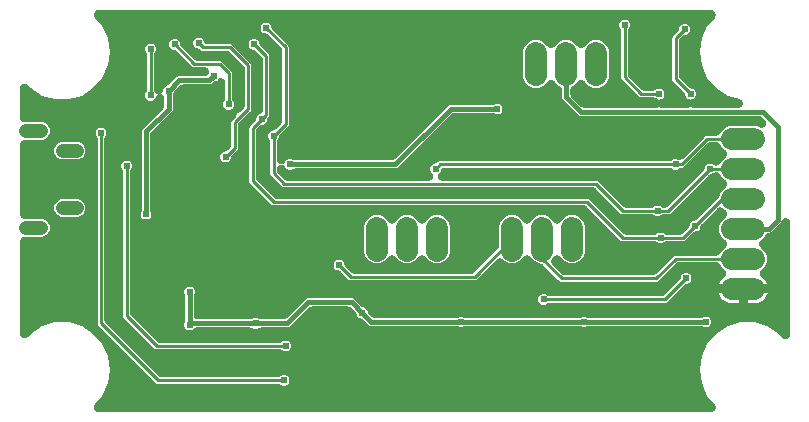
<source format=gbr>
G04 EAGLE Gerber RS-274X export*
G75*
%MOMM*%
%FSLAX34Y34*%
%LPD*%
%INBottom Copper*%
%IPPOS*%
%AMOC8*
5,1,8,0,0,1.08239X$1,22.5*%
G01*
%ADD10C,1.158000*%
%ADD11C,1.208000*%
%ADD12C,1.879600*%
%ADD13C,0.604800*%
%ADD14C,0.654800*%
%ADD15C,0.381000*%
%ADD16C,0.254000*%

G36*
X590349Y5083D02*
X590349Y5083D01*
X590374Y5081D01*
X590624Y5102D01*
X590875Y5121D01*
X590899Y5126D01*
X590923Y5128D01*
X591167Y5185D01*
X591413Y5240D01*
X591437Y5248D01*
X591460Y5254D01*
X591694Y5346D01*
X591929Y5435D01*
X591951Y5447D01*
X591974Y5456D01*
X592192Y5581D01*
X592411Y5703D01*
X592431Y5718D01*
X592452Y5730D01*
X592650Y5885D01*
X592850Y6038D01*
X592867Y6056D01*
X592886Y6071D01*
X593060Y6253D01*
X593235Y6433D01*
X593250Y6453D01*
X593267Y6471D01*
X593413Y6677D01*
X593560Y6879D01*
X593571Y6901D01*
X593585Y6921D01*
X593700Y7146D01*
X593816Y7367D01*
X593824Y7391D01*
X593836Y7413D01*
X593916Y7651D01*
X594000Y7888D01*
X594004Y7912D01*
X594012Y7935D01*
X594057Y8183D01*
X594106Y8429D01*
X594107Y8454D01*
X594111Y8478D01*
X594120Y8729D01*
X594133Y8980D01*
X594130Y9005D01*
X594131Y9029D01*
X594104Y9278D01*
X594080Y9529D01*
X594074Y9553D01*
X594071Y9578D01*
X594008Y9821D01*
X593948Y10065D01*
X593939Y10088D01*
X593933Y10112D01*
X593835Y10343D01*
X593740Y10576D01*
X593728Y10597D01*
X593718Y10620D01*
X593588Y10835D01*
X593461Y11052D01*
X593446Y11071D01*
X593433Y11092D01*
X593203Y11385D01*
X586874Y18689D01*
X582073Y29201D01*
X580428Y40640D01*
X582073Y52079D01*
X586874Y62591D01*
X594442Y71325D01*
X604163Y77572D01*
X615252Y80828D01*
X626808Y80828D01*
X637897Y77572D01*
X647618Y71325D01*
X650411Y68102D01*
X650426Y68087D01*
X650438Y68071D01*
X650621Y67892D01*
X650802Y67712D01*
X650818Y67699D01*
X650833Y67685D01*
X651038Y67536D01*
X651244Y67383D01*
X651263Y67373D01*
X651279Y67361D01*
X651504Y67243D01*
X651730Y67121D01*
X651749Y67114D01*
X651767Y67104D01*
X652008Y67020D01*
X652248Y66932D01*
X652268Y66928D01*
X652288Y66921D01*
X652537Y66872D01*
X652788Y66820D01*
X652809Y66819D01*
X652829Y66815D01*
X653083Y66802D01*
X653339Y66787D01*
X653360Y66789D01*
X653380Y66788D01*
X653633Y66812D01*
X653889Y66834D01*
X653909Y66839D01*
X653929Y66841D01*
X654176Y66901D01*
X654426Y66960D01*
X654445Y66968D01*
X654465Y66973D01*
X654701Y67069D01*
X654939Y67162D01*
X654957Y67172D01*
X654976Y67180D01*
X655196Y67309D01*
X655418Y67436D01*
X655434Y67449D01*
X655452Y67460D01*
X655651Y67619D01*
X655852Y67777D01*
X655866Y67792D01*
X655882Y67805D01*
X656057Y67993D01*
X656232Y68177D01*
X656244Y68193D01*
X656258Y68208D01*
X656404Y68419D01*
X656551Y68627D01*
X656560Y68645D01*
X656572Y68662D01*
X656685Y68890D01*
X656801Y69119D01*
X656808Y69138D01*
X656817Y69156D01*
X656896Y69399D01*
X656978Y69641D01*
X656981Y69661D01*
X656988Y69681D01*
X657031Y69933D01*
X657077Y70184D01*
X657078Y70204D01*
X657081Y70225D01*
X657099Y70596D01*
X657099Y165285D01*
X657093Y165365D01*
X657096Y165446D01*
X657073Y165640D01*
X657059Y165835D01*
X657042Y165914D01*
X657033Y165994D01*
X656983Y166183D01*
X656940Y166374D01*
X656912Y166449D01*
X656891Y166527D01*
X656814Y166707D01*
X656745Y166890D01*
X656706Y166960D01*
X656674Y167034D01*
X656572Y167201D01*
X656477Y167372D01*
X656428Y167436D01*
X656386Y167505D01*
X656261Y167655D01*
X656142Y167811D01*
X656084Y167867D01*
X656033Y167929D01*
X655887Y168059D01*
X655747Y168196D01*
X655682Y168243D01*
X655622Y168297D01*
X655459Y168405D01*
X655301Y168520D01*
X655230Y168558D01*
X655163Y168602D01*
X654986Y168686D01*
X654813Y168777D01*
X654737Y168804D01*
X654664Y168838D01*
X654477Y168895D01*
X654292Y168960D01*
X654213Y168976D01*
X654136Y168999D01*
X653942Y169029D01*
X653751Y169066D01*
X653671Y169070D01*
X653591Y169083D01*
X653395Y169084D01*
X653200Y169093D01*
X653120Y169086D01*
X653039Y169086D01*
X652845Y169059D01*
X652651Y169040D01*
X652573Y169021D01*
X652493Y169010D01*
X652305Y168955D01*
X652115Y168909D01*
X652041Y168878D01*
X651963Y168856D01*
X651786Y168775D01*
X651604Y168701D01*
X651535Y168660D01*
X651461Y168627D01*
X651297Y168521D01*
X651128Y168422D01*
X651066Y168371D01*
X650998Y168328D01*
X650851Y168199D01*
X650698Y168077D01*
X650643Y168017D01*
X650583Y167965D01*
X650456Y167817D01*
X650322Y167673D01*
X650276Y167607D01*
X650224Y167546D01*
X650120Y167380D01*
X650008Y167219D01*
X649972Y167147D01*
X649930Y167079D01*
X649771Y166743D01*
X649338Y165697D01*
X640753Y157112D01*
X639477Y156584D01*
X639440Y156581D01*
X639315Y156582D01*
X639166Y156561D01*
X639015Y156550D01*
X638892Y156523D01*
X638768Y156506D01*
X638624Y156464D01*
X638476Y156431D01*
X638359Y156387D01*
X638239Y156352D01*
X638101Y156289D01*
X637961Y156236D01*
X637851Y156175D01*
X637737Y156123D01*
X637610Y156041D01*
X637478Y155968D01*
X637378Y155891D01*
X637273Y155824D01*
X637160Y155725D01*
X637040Y155633D01*
X636952Y155543D01*
X636858Y155461D01*
X636760Y155346D01*
X636655Y155238D01*
X636581Y155137D01*
X636499Y155041D01*
X636419Y154914D01*
X636330Y154792D01*
X636272Y154681D01*
X636205Y154575D01*
X636104Y154362D01*
X636074Y154304D01*
X636065Y154278D01*
X636046Y154239D01*
X635878Y153833D01*
X632782Y150737D01*
X632705Y150704D01*
X632607Y150644D01*
X632503Y150592D01*
X632372Y150500D01*
X632235Y150416D01*
X632146Y150342D01*
X632051Y150276D01*
X631934Y150166D01*
X631811Y150063D01*
X631733Y149977D01*
X631649Y149898D01*
X631550Y149772D01*
X631442Y149652D01*
X631378Y149556D01*
X631307Y149466D01*
X631226Y149327D01*
X631137Y149193D01*
X631088Y149089D01*
X631030Y148989D01*
X630970Y148839D01*
X630901Y148694D01*
X630867Y148584D01*
X630825Y148476D01*
X630787Y148320D01*
X630740Y148166D01*
X630723Y148052D01*
X630696Y147940D01*
X630681Y147780D01*
X630657Y147621D01*
X630656Y147506D01*
X630645Y147391D01*
X630654Y147230D01*
X630653Y147069D01*
X630669Y146955D01*
X630675Y146840D01*
X630707Y146682D01*
X630729Y146523D01*
X630761Y146412D01*
X630784Y146299D01*
X630838Y146148D01*
X630883Y145993D01*
X630931Y145888D01*
X630970Y145780D01*
X631046Y145638D01*
X631112Y145492D01*
X631175Y145395D01*
X631229Y145293D01*
X631324Y145163D01*
X631411Y145028D01*
X631487Y144941D01*
X631556Y144848D01*
X631669Y144734D01*
X631774Y144613D01*
X631862Y144538D01*
X631943Y144455D01*
X632072Y144358D01*
X632194Y144254D01*
X632291Y144192D01*
X632383Y144123D01*
X632524Y144045D01*
X632660Y143960D01*
X632784Y143901D01*
X635878Y140807D01*
X637541Y136793D01*
X637541Y132447D01*
X635878Y128433D01*
X632554Y125109D01*
X632510Y125058D01*
X632460Y125011D01*
X632329Y124849D01*
X632193Y124692D01*
X632157Y124634D01*
X632114Y124581D01*
X632008Y124402D01*
X631897Y124227D01*
X631869Y124165D01*
X631834Y124106D01*
X631756Y123913D01*
X631670Y123724D01*
X631651Y123658D01*
X631626Y123595D01*
X631576Y123394D01*
X631519Y123193D01*
X631510Y123125D01*
X631493Y123059D01*
X631473Y122853D01*
X631446Y122647D01*
X631446Y122578D01*
X631440Y122510D01*
X631450Y122303D01*
X631452Y122095D01*
X631463Y122027D01*
X631466Y121959D01*
X631506Y121755D01*
X631538Y121550D01*
X631559Y121485D01*
X631572Y121418D01*
X631640Y121222D01*
X631702Y121023D01*
X631732Y120962D01*
X631754Y120897D01*
X631851Y120713D01*
X631940Y120526D01*
X631979Y120469D01*
X632010Y120409D01*
X632132Y120240D01*
X632248Y120068D01*
X632294Y120017D01*
X632334Y119962D01*
X632480Y119813D01*
X632619Y119659D01*
X632671Y119616D01*
X632719Y119567D01*
X633009Y119334D01*
X634396Y118326D01*
X635724Y116998D01*
X636829Y115477D01*
X637682Y113803D01*
X637933Y113029D01*
X617220Y113029D01*
X596507Y113029D01*
X596758Y113803D01*
X597611Y115477D01*
X598716Y116998D01*
X600044Y118326D01*
X601431Y119334D01*
X601483Y119378D01*
X601540Y119416D01*
X601694Y119556D01*
X601853Y119690D01*
X601898Y119741D01*
X601949Y119787D01*
X602081Y119947D01*
X602219Y120102D01*
X602256Y120160D01*
X602300Y120212D01*
X602407Y120390D01*
X602521Y120564D01*
X602550Y120626D01*
X602585Y120684D01*
X602666Y120875D01*
X602754Y121064D01*
X602773Y121130D01*
X602800Y121193D01*
X602852Y121393D01*
X602912Y121593D01*
X602921Y121660D01*
X602939Y121726D01*
X602961Y121933D01*
X602991Y122139D01*
X602991Y122207D01*
X602999Y122275D01*
X602991Y122483D01*
X602992Y122690D01*
X602982Y122758D01*
X602979Y122826D01*
X602942Y123031D01*
X602912Y123236D01*
X602893Y123302D01*
X602880Y123369D01*
X602814Y123566D01*
X602754Y123765D01*
X602726Y123827D01*
X602704Y123892D01*
X602610Y124077D01*
X602522Y124265D01*
X602485Y124322D01*
X602454Y124383D01*
X602334Y124553D01*
X602220Y124727D01*
X602175Y124778D01*
X602135Y124834D01*
X601886Y125109D01*
X598562Y128433D01*
X598131Y129474D01*
X598075Y129586D01*
X598027Y129702D01*
X597951Y129832D01*
X597883Y129967D01*
X597812Y130069D01*
X597748Y130178D01*
X597654Y130296D01*
X597567Y130419D01*
X597482Y130510D01*
X597403Y130608D01*
X597292Y130711D01*
X597189Y130821D01*
X597091Y130898D01*
X596999Y130984D01*
X596875Y131070D01*
X596757Y131164D01*
X596649Y131226D01*
X596546Y131298D01*
X596410Y131365D01*
X596280Y131440D01*
X596164Y131487D01*
X596051Y131543D01*
X595908Y131590D01*
X595768Y131646D01*
X595646Y131675D01*
X595527Y131714D01*
X595378Y131739D01*
X595232Y131774D01*
X595107Y131786D01*
X594983Y131807D01*
X594748Y131819D01*
X594682Y131825D01*
X594655Y131823D01*
X594612Y131825D01*
X562805Y131825D01*
X562600Y131810D01*
X562395Y131803D01*
X562326Y131790D01*
X562255Y131785D01*
X562054Y131741D01*
X561852Y131704D01*
X561786Y131682D01*
X561717Y131666D01*
X561524Y131593D01*
X561330Y131528D01*
X561267Y131496D01*
X561201Y131471D01*
X561021Y131371D01*
X560838Y131278D01*
X560780Y131237D01*
X560719Y131203D01*
X560555Y131078D01*
X560387Y130959D01*
X560320Y130899D01*
X560280Y130868D01*
X560231Y130817D01*
X560112Y130710D01*
X545143Y115741D01*
X544116Y115315D01*
X462994Y115315D01*
X461967Y115741D01*
X460645Y117062D01*
X460645Y117063D01*
X448014Y129694D01*
X447859Y129828D01*
X447708Y129968D01*
X447650Y130008D01*
X447597Y130054D01*
X447423Y130165D01*
X447254Y130282D01*
X447191Y130313D01*
X447132Y130351D01*
X446944Y130436D01*
X446760Y130527D01*
X446693Y130549D01*
X446629Y130578D01*
X446431Y130634D01*
X446236Y130698D01*
X446166Y130710D01*
X446098Y130729D01*
X445895Y130756D01*
X445692Y130791D01*
X445602Y130796D01*
X445551Y130802D01*
X445481Y130801D01*
X445321Y130809D01*
X444867Y130809D01*
X440853Y132472D01*
X437757Y135568D01*
X437724Y135645D01*
X437664Y135744D01*
X437612Y135847D01*
X437520Y135979D01*
X437436Y136115D01*
X437362Y136204D01*
X437296Y136299D01*
X437186Y136416D01*
X437083Y136539D01*
X436997Y136617D01*
X436918Y136701D01*
X436792Y136800D01*
X436672Y136908D01*
X436576Y136972D01*
X436485Y137044D01*
X436347Y137124D01*
X436213Y137213D01*
X436108Y137262D01*
X436008Y137320D01*
X435859Y137380D01*
X435714Y137449D01*
X435603Y137483D01*
X435496Y137526D01*
X435340Y137563D01*
X435186Y137610D01*
X435072Y137627D01*
X434960Y137654D01*
X434800Y137669D01*
X434641Y137693D01*
X434525Y137694D01*
X434410Y137705D01*
X434250Y137696D01*
X434089Y137697D01*
X433975Y137681D01*
X433859Y137675D01*
X433702Y137643D01*
X433543Y137621D01*
X433432Y137589D01*
X433319Y137566D01*
X433168Y137512D01*
X433013Y137467D01*
X432908Y137419D01*
X432799Y137380D01*
X432658Y137304D01*
X432511Y137238D01*
X432414Y137175D01*
X432312Y137121D01*
X432183Y137026D01*
X432048Y136938D01*
X431961Y136862D01*
X431868Y136794D01*
X431754Y136681D01*
X431632Y136575D01*
X431557Y136488D01*
X431475Y136407D01*
X431378Y136278D01*
X431274Y136156D01*
X431212Y136059D01*
X431142Y135966D01*
X431065Y135826D01*
X430979Y135690D01*
X430921Y135566D01*
X427827Y132472D01*
X423813Y130809D01*
X419467Y130809D01*
X415453Y132472D01*
X413887Y134038D01*
X413853Y134067D01*
X413823Y134101D01*
X413644Y134248D01*
X413470Y134399D01*
X413432Y134423D01*
X413397Y134452D01*
X413199Y134571D01*
X413005Y134695D01*
X412964Y134714D01*
X412925Y134737D01*
X412713Y134827D01*
X412502Y134922D01*
X412458Y134934D01*
X412417Y134952D01*
X412194Y135010D01*
X411971Y135073D01*
X411926Y135079D01*
X411883Y135091D01*
X411653Y135116D01*
X411424Y135146D01*
X411379Y135146D01*
X411334Y135151D01*
X411104Y135143D01*
X410873Y135140D01*
X410828Y135133D01*
X410783Y135131D01*
X410556Y135090D01*
X410328Y135054D01*
X410285Y135040D01*
X410240Y135032D01*
X410022Y134959D01*
X409801Y134890D01*
X409760Y134870D01*
X409718Y134856D01*
X409512Y134751D01*
X409304Y134652D01*
X409266Y134626D01*
X409226Y134606D01*
X409037Y134473D01*
X408846Y134344D01*
X408812Y134314D01*
X408775Y134287D01*
X408500Y134038D01*
X391473Y117011D01*
X390446Y116585D01*
X284764Y116585D01*
X283737Y117011D01*
X276872Y123876D01*
X276717Y124009D01*
X276566Y124150D01*
X276508Y124190D01*
X276455Y124236D01*
X276282Y124347D01*
X276112Y124464D01*
X276049Y124495D01*
X275990Y124533D01*
X275802Y124617D01*
X275618Y124709D01*
X275551Y124731D01*
X275487Y124760D01*
X275289Y124816D01*
X275094Y124880D01*
X275024Y124892D01*
X274956Y124911D01*
X274753Y124938D01*
X274550Y124973D01*
X274460Y124978D01*
X274409Y124984D01*
X274339Y124983D01*
X274265Y124987D01*
X272583Y125684D01*
X271304Y126963D01*
X270611Y128635D01*
X270611Y130445D01*
X271304Y132117D01*
X272583Y133396D01*
X274255Y134089D01*
X276065Y134089D01*
X277737Y133396D01*
X279016Y132117D01*
X279715Y130429D01*
X279724Y130316D01*
X279731Y130111D01*
X279744Y130042D01*
X279749Y129971D01*
X279793Y129770D01*
X279830Y129568D01*
X279852Y129502D01*
X279868Y129433D01*
X279941Y129240D01*
X280006Y129046D01*
X280038Y128983D01*
X280063Y128917D01*
X280163Y128737D01*
X280256Y128554D01*
X280297Y128496D01*
X280331Y128435D01*
X280456Y128271D01*
X280575Y128103D01*
X280635Y128036D01*
X280666Y127996D01*
X280717Y127947D01*
X280824Y127828D01*
X285362Y123290D01*
X285517Y123157D01*
X285668Y123016D01*
X285726Y122976D01*
X285779Y122930D01*
X285952Y122819D01*
X286122Y122702D01*
X286185Y122671D01*
X286244Y122633D01*
X286432Y122549D01*
X286616Y122457D01*
X286683Y122435D01*
X286747Y122406D01*
X286945Y122350D01*
X287140Y122286D01*
X287210Y122274D01*
X287278Y122255D01*
X287481Y122228D01*
X287684Y122193D01*
X287774Y122188D01*
X287825Y122182D01*
X287895Y122183D01*
X288055Y122175D01*
X387155Y122175D01*
X387360Y122190D01*
X387565Y122197D01*
X387634Y122210D01*
X387705Y122215D01*
X387906Y122259D01*
X388108Y122296D01*
X388174Y122318D01*
X388243Y122334D01*
X388436Y122407D01*
X388630Y122472D01*
X388693Y122504D01*
X388759Y122529D01*
X388939Y122629D01*
X389122Y122722D01*
X389180Y122763D01*
X389241Y122797D01*
X389405Y122922D01*
X389573Y123041D01*
X389640Y123101D01*
X389680Y123132D01*
X389729Y123183D01*
X389848Y123290D01*
X409602Y143044D01*
X409736Y143199D01*
X409876Y143350D01*
X409916Y143408D01*
X409962Y143461D01*
X410073Y143634D01*
X410190Y143804D01*
X410221Y143867D01*
X410259Y143926D01*
X410343Y144114D01*
X410435Y144298D01*
X410457Y144365D01*
X410486Y144429D01*
X410542Y144627D01*
X410606Y144822D01*
X410618Y144892D01*
X410637Y144960D01*
X410664Y145163D01*
X410699Y145366D01*
X410704Y145456D01*
X410710Y145507D01*
X410709Y145577D01*
X410717Y145737D01*
X410717Y162701D01*
X412380Y166715D01*
X415453Y169788D01*
X419467Y171451D01*
X423813Y171451D01*
X427827Y169788D01*
X430923Y166692D01*
X430956Y166615D01*
X431016Y166517D01*
X431068Y166413D01*
X431160Y166282D01*
X431244Y166145D01*
X431318Y166056D01*
X431384Y165961D01*
X431494Y165844D01*
X431597Y165721D01*
X431683Y165643D01*
X431762Y165559D01*
X431888Y165460D01*
X432008Y165352D01*
X432104Y165288D01*
X432194Y165217D01*
X432333Y165136D01*
X432467Y165047D01*
X432572Y164998D01*
X432672Y164940D01*
X432820Y164880D01*
X432966Y164811D01*
X433076Y164777D01*
X433184Y164735D01*
X433340Y164697D01*
X433493Y164650D01*
X433608Y164633D01*
X433720Y164606D01*
X433880Y164591D01*
X434039Y164567D01*
X434154Y164566D01*
X434269Y164555D01*
X434430Y164564D01*
X434590Y164563D01*
X434705Y164579D01*
X434820Y164585D01*
X434978Y164617D01*
X435137Y164639D01*
X435248Y164671D01*
X435361Y164694D01*
X435512Y164748D01*
X435667Y164793D01*
X435772Y164841D01*
X435880Y164880D01*
X436022Y164955D01*
X436168Y165022D01*
X436266Y165085D01*
X436368Y165139D01*
X436497Y165234D01*
X436632Y165321D01*
X436719Y165397D01*
X436812Y165466D01*
X436926Y165579D01*
X437047Y165684D01*
X437122Y165772D01*
X437205Y165853D01*
X437302Y165982D01*
X437406Y166104D01*
X437468Y166201D01*
X437537Y166293D01*
X437615Y166434D01*
X437700Y166570D01*
X437759Y166694D01*
X440853Y169788D01*
X444867Y171451D01*
X449213Y171451D01*
X453227Y169788D01*
X456323Y166692D01*
X456356Y166615D01*
X456416Y166517D01*
X456468Y166413D01*
X456560Y166282D01*
X456644Y166145D01*
X456718Y166056D01*
X456784Y165961D01*
X456894Y165844D01*
X456997Y165721D01*
X457083Y165643D01*
X457162Y165559D01*
X457288Y165460D01*
X457408Y165352D01*
X457504Y165288D01*
X457594Y165217D01*
X457733Y165136D01*
X457867Y165047D01*
X457972Y164998D01*
X458072Y164940D01*
X458220Y164880D01*
X458366Y164811D01*
X458476Y164777D01*
X458584Y164735D01*
X458740Y164697D01*
X458893Y164650D01*
X459008Y164633D01*
X459120Y164606D01*
X459280Y164591D01*
X459439Y164567D01*
X459554Y164566D01*
X459669Y164555D01*
X459830Y164564D01*
X459990Y164563D01*
X460105Y164579D01*
X460220Y164585D01*
X460378Y164617D01*
X460537Y164639D01*
X460648Y164671D01*
X460761Y164694D01*
X460912Y164748D01*
X461067Y164793D01*
X461172Y164841D01*
X461280Y164880D01*
X461422Y164955D01*
X461568Y165022D01*
X461666Y165085D01*
X461768Y165139D01*
X461897Y165234D01*
X462032Y165321D01*
X462119Y165397D01*
X462212Y165466D01*
X462326Y165579D01*
X462447Y165684D01*
X462522Y165772D01*
X462605Y165853D01*
X462702Y165982D01*
X462806Y166104D01*
X462868Y166201D01*
X462937Y166293D01*
X463015Y166434D01*
X463100Y166570D01*
X463159Y166694D01*
X466253Y169788D01*
X470267Y171451D01*
X474613Y171451D01*
X478627Y169788D01*
X481700Y166715D01*
X483363Y162701D01*
X483363Y139559D01*
X481700Y135545D01*
X478627Y132472D01*
X474613Y130809D01*
X470267Y130809D01*
X466253Y132472D01*
X463157Y135568D01*
X463124Y135645D01*
X463064Y135744D01*
X463012Y135847D01*
X462920Y135979D01*
X462836Y136115D01*
X462762Y136204D01*
X462696Y136299D01*
X462586Y136416D01*
X462483Y136539D01*
X462397Y136617D01*
X462318Y136701D01*
X462192Y136800D01*
X462072Y136908D01*
X461976Y136972D01*
X461885Y137044D01*
X461747Y137124D01*
X461613Y137213D01*
X461508Y137262D01*
X461408Y137320D01*
X461259Y137380D01*
X461114Y137449D01*
X461003Y137483D01*
X460896Y137526D01*
X460740Y137563D01*
X460586Y137610D01*
X460472Y137627D01*
X460360Y137654D01*
X460200Y137669D01*
X460041Y137693D01*
X459925Y137694D01*
X459810Y137705D01*
X459650Y137696D01*
X459489Y137697D01*
X459375Y137681D01*
X459259Y137675D01*
X459102Y137643D01*
X458943Y137621D01*
X458832Y137589D01*
X458719Y137566D01*
X458568Y137512D01*
X458413Y137467D01*
X458308Y137419D01*
X458199Y137380D01*
X458058Y137304D01*
X457911Y137238D01*
X457814Y137175D01*
X457712Y137121D01*
X457583Y137026D01*
X457448Y136938D01*
X457361Y136862D01*
X457268Y136794D01*
X457154Y136681D01*
X457032Y136575D01*
X456957Y136488D01*
X456875Y136407D01*
X456778Y136278D01*
X456674Y136156D01*
X456612Y136059D01*
X456542Y135966D01*
X456465Y135826D01*
X456379Y135690D01*
X456321Y135566D01*
X455877Y135122D01*
X455848Y135088D01*
X455814Y135058D01*
X455667Y134879D01*
X455516Y134705D01*
X455492Y134667D01*
X455463Y134632D01*
X455344Y134435D01*
X455220Y134240D01*
X455201Y134199D01*
X455178Y134160D01*
X455088Y133948D01*
X454993Y133737D01*
X454981Y133693D01*
X454963Y133652D01*
X454905Y133429D01*
X454842Y133206D01*
X454836Y133161D01*
X454824Y133118D01*
X454799Y132888D01*
X454769Y132659D01*
X454769Y132614D01*
X454764Y132569D01*
X454772Y132339D01*
X454775Y132108D01*
X454782Y132063D01*
X454784Y132018D01*
X454825Y131791D01*
X454861Y131563D01*
X454875Y131520D01*
X454883Y131475D01*
X454956Y131257D01*
X455025Y131036D01*
X455045Y130995D01*
X455059Y130953D01*
X455163Y130748D01*
X455263Y130539D01*
X455289Y130501D01*
X455309Y130461D01*
X455442Y130273D01*
X455571Y130081D01*
X455602Y130047D01*
X455628Y130010D01*
X455877Y129735D01*
X463592Y122020D01*
X463747Y121886D01*
X463898Y121746D01*
X463956Y121706D01*
X464009Y121660D01*
X464182Y121549D01*
X464352Y121432D01*
X464415Y121401D01*
X464474Y121363D01*
X464662Y121279D01*
X464846Y121187D01*
X464913Y121165D01*
X464977Y121136D01*
X465175Y121080D01*
X465370Y121016D01*
X465440Y121004D01*
X465508Y120985D01*
X465711Y120958D01*
X465914Y120923D01*
X466004Y120918D01*
X466055Y120912D01*
X466125Y120913D01*
X466285Y120905D01*
X540825Y120905D01*
X541030Y120920D01*
X541235Y120927D01*
X541304Y120940D01*
X541375Y120945D01*
X541576Y120989D01*
X541778Y121026D01*
X541844Y121048D01*
X541913Y121064D01*
X542106Y121137D01*
X542300Y121202D01*
X542363Y121234D01*
X542429Y121259D01*
X542609Y121359D01*
X542792Y121452D01*
X542850Y121493D01*
X542911Y121527D01*
X543075Y121652D01*
X543243Y121771D01*
X543310Y121831D01*
X543350Y121862D01*
X543399Y121913D01*
X543518Y122020D01*
X558487Y136989D01*
X559514Y137415D01*
X594612Y137415D01*
X594737Y137424D01*
X594862Y137423D01*
X595011Y137444D01*
X595162Y137455D01*
X595284Y137482D01*
X595409Y137499D01*
X595553Y137541D01*
X595701Y137574D01*
X595818Y137618D01*
X595938Y137653D01*
X596076Y137716D01*
X596216Y137769D01*
X596326Y137830D01*
X596440Y137882D01*
X596567Y137964D01*
X596699Y138037D01*
X596798Y138113D01*
X596904Y138181D01*
X597017Y138281D01*
X597137Y138372D01*
X597225Y138462D01*
X597319Y138544D01*
X597417Y138659D01*
X597522Y138767D01*
X597596Y138868D01*
X597678Y138964D01*
X597758Y139091D01*
X597847Y139213D01*
X597905Y139324D01*
X597972Y139430D01*
X598073Y139643D01*
X598103Y139701D01*
X598112Y139727D01*
X598131Y139766D01*
X598562Y140807D01*
X601658Y143903D01*
X601735Y143936D01*
X601833Y143996D01*
X601937Y144048D01*
X602069Y144140D01*
X602206Y144224D01*
X602294Y144298D01*
X602389Y144364D01*
X602506Y144474D01*
X602629Y144577D01*
X602707Y144663D01*
X602791Y144742D01*
X602890Y144868D01*
X602998Y144988D01*
X603062Y145084D01*
X603134Y145174D01*
X603214Y145314D01*
X603303Y145447D01*
X603352Y145552D01*
X603410Y145652D01*
X603470Y145801D01*
X603539Y145946D01*
X603573Y146057D01*
X603616Y146164D01*
X603653Y146320D01*
X603700Y146474D01*
X603718Y146588D01*
X603744Y146700D01*
X603759Y146860D01*
X603783Y147019D01*
X603784Y147135D01*
X603795Y147250D01*
X603786Y147410D01*
X603787Y147571D01*
X603771Y147685D01*
X603765Y147800D01*
X603733Y147958D01*
X603711Y148117D01*
X603679Y148228D01*
X603656Y148341D01*
X603602Y148493D01*
X603557Y148647D01*
X603509Y148752D01*
X603470Y148861D01*
X603394Y149002D01*
X603328Y149149D01*
X603265Y149246D01*
X603211Y149348D01*
X603116Y149477D01*
X603028Y149612D01*
X602952Y149699D01*
X602884Y149792D01*
X602771Y149906D01*
X602665Y150028D01*
X602578Y150103D01*
X602497Y150185D01*
X602368Y150282D01*
X602246Y150386D01*
X602149Y150448D01*
X602056Y150517D01*
X601915Y150595D01*
X601780Y150681D01*
X601656Y150739D01*
X598562Y153833D01*
X596899Y157847D01*
X596899Y162193D01*
X598562Y166207D01*
X601658Y169303D01*
X601735Y169336D01*
X601833Y169396D01*
X601937Y169448D01*
X602069Y169540D01*
X602206Y169624D01*
X602294Y169698D01*
X602389Y169764D01*
X602506Y169874D01*
X602629Y169977D01*
X602707Y170063D01*
X602791Y170142D01*
X602890Y170268D01*
X602998Y170388D01*
X603062Y170484D01*
X603134Y170574D01*
X603214Y170714D01*
X603303Y170847D01*
X603352Y170952D01*
X603410Y171052D01*
X603470Y171201D01*
X603539Y171346D01*
X603573Y171457D01*
X603616Y171564D01*
X603653Y171720D01*
X603700Y171874D01*
X603718Y171988D01*
X603744Y172100D01*
X603759Y172260D01*
X603783Y172419D01*
X603784Y172535D01*
X603795Y172650D01*
X603786Y172810D01*
X603787Y172971D01*
X603771Y173085D01*
X603765Y173200D01*
X603733Y173358D01*
X603711Y173517D01*
X603679Y173628D01*
X603656Y173741D01*
X603602Y173893D01*
X603557Y174047D01*
X603509Y174152D01*
X603470Y174261D01*
X603394Y174402D01*
X603328Y174549D01*
X603265Y174646D01*
X603211Y174748D01*
X603116Y174877D01*
X603028Y175012D01*
X602952Y175099D01*
X602884Y175192D01*
X602771Y175306D01*
X602665Y175428D01*
X602578Y175503D01*
X602497Y175585D01*
X602368Y175682D01*
X602246Y175786D01*
X602149Y175848D01*
X602056Y175917D01*
X601915Y175995D01*
X601780Y176081D01*
X601656Y176139D01*
X600577Y177218D01*
X600543Y177247D01*
X600513Y177281D01*
X600334Y177428D01*
X600160Y177579D01*
X600122Y177603D01*
X600087Y177632D01*
X599889Y177752D01*
X599695Y177875D01*
X599654Y177894D01*
X599615Y177917D01*
X599403Y178007D01*
X599192Y178102D01*
X599148Y178114D01*
X599107Y178132D01*
X598884Y178190D01*
X598661Y178253D01*
X598616Y178259D01*
X598573Y178271D01*
X598344Y178296D01*
X598115Y178326D01*
X598069Y178326D01*
X598024Y178331D01*
X597794Y178323D01*
X597563Y178320D01*
X597518Y178313D01*
X597473Y178311D01*
X597246Y178270D01*
X597018Y178234D01*
X596975Y178220D01*
X596930Y178212D01*
X596712Y178138D01*
X596491Y178070D01*
X596451Y178050D01*
X596408Y178036D01*
X596202Y177931D01*
X595994Y177832D01*
X595956Y177806D01*
X595916Y177786D01*
X595728Y177653D01*
X595536Y177524D01*
X595502Y177493D01*
X595465Y177467D01*
X595190Y177218D01*
X582244Y164272D01*
X582110Y164117D01*
X581970Y163966D01*
X581930Y163908D01*
X581884Y163855D01*
X581773Y163681D01*
X581656Y163512D01*
X581625Y163449D01*
X581587Y163390D01*
X581502Y163202D01*
X581411Y163018D01*
X581389Y162951D01*
X581360Y162887D01*
X581304Y162689D01*
X581240Y162494D01*
X581228Y162424D01*
X581209Y162356D01*
X581182Y162153D01*
X581147Y161950D01*
X581142Y161860D01*
X581136Y161809D01*
X581137Y161739D01*
X581133Y161665D01*
X580436Y159983D01*
X579157Y158704D01*
X577469Y158005D01*
X577356Y157996D01*
X577151Y157989D01*
X577082Y157976D01*
X577011Y157971D01*
X576810Y157927D01*
X576608Y157890D01*
X576542Y157868D01*
X576473Y157852D01*
X576280Y157779D01*
X576086Y157714D01*
X576023Y157682D01*
X575957Y157657D01*
X575777Y157557D01*
X575594Y157464D01*
X575536Y157423D01*
X575474Y157389D01*
X575311Y157264D01*
X575143Y157145D01*
X575076Y157085D01*
X575036Y157054D01*
X574987Y157003D01*
X574868Y156896D01*
X569325Y151353D01*
X569325Y151352D01*
X568003Y150031D01*
X566976Y149605D01*
X552586Y149605D01*
X552381Y149590D01*
X552176Y149583D01*
X552106Y149570D01*
X552036Y149565D01*
X551835Y149521D01*
X551633Y149484D01*
X551566Y149462D01*
X551497Y149446D01*
X551305Y149373D01*
X551110Y149308D01*
X551047Y149276D01*
X550981Y149251D01*
X550802Y149151D01*
X550618Y149058D01*
X550561Y149017D01*
X550499Y148983D01*
X550336Y148858D01*
X550168Y148739D01*
X550101Y148679D01*
X550061Y148648D01*
X550011Y148597D01*
X549957Y148548D01*
X548275Y147851D01*
X546465Y147851D01*
X544777Y148551D01*
X544693Y148623D01*
X544542Y148764D01*
X544483Y148804D01*
X544430Y148850D01*
X544257Y148961D01*
X544088Y149078D01*
X544025Y149109D01*
X543965Y149147D01*
X543778Y149231D01*
X543594Y149323D01*
X543526Y149345D01*
X543462Y149374D01*
X543264Y149430D01*
X543069Y149494D01*
X543000Y149506D01*
X542932Y149525D01*
X542728Y149552D01*
X542525Y149587D01*
X542435Y149592D01*
X542385Y149598D01*
X542314Y149597D01*
X542154Y149605D01*
X515064Y149605D01*
X514037Y150031D01*
X485098Y178970D01*
X484943Y179103D01*
X484792Y179244D01*
X484734Y179284D01*
X484681Y179330D01*
X484508Y179441D01*
X484338Y179558D01*
X484275Y179589D01*
X484216Y179627D01*
X484028Y179711D01*
X483844Y179803D01*
X483777Y179825D01*
X483713Y179854D01*
X483515Y179910D01*
X483320Y179974D01*
X483250Y179986D01*
X483182Y180005D01*
X482979Y180032D01*
X482776Y180067D01*
X482686Y180072D01*
X482635Y180078D01*
X482565Y180077D01*
X482405Y180085D01*
X219154Y180085D01*
X218127Y180511D01*
X216806Y181832D01*
X216805Y181833D01*
X199561Y199077D01*
X199135Y200104D01*
X199135Y245666D01*
X199561Y246693D01*
X203886Y251018D01*
X204020Y251173D01*
X204160Y251324D01*
X204200Y251382D01*
X204246Y251435D01*
X204357Y251608D01*
X204474Y251778D01*
X204505Y251841D01*
X204543Y251900D01*
X204628Y252088D01*
X204719Y252272D01*
X204741Y252339D01*
X204770Y252403D01*
X204826Y252601D01*
X204890Y252796D01*
X204902Y252866D01*
X204921Y252934D01*
X204948Y253137D01*
X204983Y253340D01*
X204988Y253430D01*
X204994Y253481D01*
X204993Y253551D01*
X204997Y253625D01*
X205390Y254574D01*
X205416Y254650D01*
X205449Y254723D01*
X205502Y254912D01*
X205564Y255097D01*
X205578Y255176D01*
X205600Y255254D01*
X205626Y255448D01*
X205660Y255641D01*
X205662Y255721D01*
X205667Y255754D01*
X205712Y255775D01*
X205788Y255800D01*
X205963Y255889D01*
X206141Y255970D01*
X206208Y256014D01*
X206280Y256050D01*
X206440Y256163D01*
X206604Y256269D01*
X206664Y256322D01*
X206730Y256369D01*
X206967Y256584D01*
X208214Y257100D01*
X208326Y257156D01*
X208442Y257203D01*
X208572Y257280D01*
X208707Y257347D01*
X208809Y257419D01*
X208918Y257483D01*
X209035Y257577D01*
X209159Y257664D01*
X209250Y257749D01*
X209348Y257828D01*
X209451Y257938D01*
X209561Y258042D01*
X209638Y258140D01*
X209724Y258232D01*
X209810Y258356D01*
X209904Y258474D01*
X209966Y258582D01*
X210038Y258685D01*
X210105Y258821D01*
X210180Y258951D01*
X210227Y259067D01*
X210283Y259180D01*
X210330Y259323D01*
X210386Y259463D01*
X210415Y259585D01*
X210454Y259704D01*
X210479Y259853D01*
X210514Y259999D01*
X210526Y260124D01*
X210547Y260248D01*
X210559Y260483D01*
X210565Y260549D01*
X210563Y260576D01*
X210565Y260619D01*
X210565Y303335D01*
X210550Y303540D01*
X210543Y303745D01*
X210530Y303814D01*
X210525Y303885D01*
X210481Y304086D01*
X210444Y304288D01*
X210422Y304354D01*
X210406Y304423D01*
X210333Y304616D01*
X210268Y304810D01*
X210236Y304873D01*
X210211Y304939D01*
X210111Y305119D01*
X210018Y305302D01*
X209977Y305360D01*
X209943Y305421D01*
X209818Y305585D01*
X209699Y305753D01*
X209639Y305820D01*
X209608Y305860D01*
X209557Y305909D01*
X209450Y306028D01*
X204912Y310566D01*
X204757Y310699D01*
X204606Y310840D01*
X204548Y310880D01*
X204495Y310926D01*
X204322Y311037D01*
X204152Y311154D01*
X204089Y311185D01*
X204030Y311223D01*
X203842Y311307D01*
X203658Y311399D01*
X203591Y311421D01*
X203527Y311450D01*
X203329Y311506D01*
X203134Y311570D01*
X203064Y311582D01*
X202996Y311601D01*
X202793Y311628D01*
X202590Y311663D01*
X202500Y311668D01*
X202449Y311674D01*
X202379Y311673D01*
X202305Y311677D01*
X200623Y312374D01*
X199344Y313653D01*
X198651Y315325D01*
X198651Y317135D01*
X199344Y318807D01*
X200623Y320086D01*
X202295Y320779D01*
X204105Y320779D01*
X205777Y320086D01*
X207056Y318807D01*
X207755Y317119D01*
X207764Y317006D01*
X207771Y316801D01*
X207784Y316732D01*
X207789Y316661D01*
X207833Y316460D01*
X207870Y316258D01*
X207892Y316192D01*
X207908Y316123D01*
X207981Y315930D01*
X208046Y315736D01*
X208078Y315673D01*
X208103Y315607D01*
X208203Y315427D01*
X208296Y315244D01*
X208337Y315186D01*
X208371Y315125D01*
X208496Y314961D01*
X208615Y314793D01*
X208675Y314726D01*
X208706Y314686D01*
X208757Y314637D01*
X208864Y314518D01*
X215729Y307653D01*
X216155Y306626D01*
X216155Y255984D01*
X215729Y254957D01*
X215214Y254442D01*
X215080Y254287D01*
X214940Y254136D01*
X214900Y254078D01*
X214854Y254025D01*
X214743Y253852D01*
X214626Y253682D01*
X214595Y253619D01*
X214557Y253560D01*
X214473Y253373D01*
X214381Y253188D01*
X214359Y253121D01*
X214330Y253057D01*
X214274Y252859D01*
X214210Y252664D01*
X214198Y252594D01*
X214179Y252526D01*
X214152Y252323D01*
X214117Y252120D01*
X214112Y252030D01*
X214106Y251980D01*
X214107Y251909D01*
X214103Y251835D01*
X213406Y250153D01*
X212127Y248874D01*
X210439Y248175D01*
X210326Y248166D01*
X210121Y248159D01*
X210052Y248146D01*
X209981Y248141D01*
X209780Y248097D01*
X209578Y248060D01*
X209511Y248038D01*
X209443Y248022D01*
X209250Y247949D01*
X209055Y247884D01*
X208993Y247852D01*
X208927Y247827D01*
X208747Y247727D01*
X208564Y247634D01*
X208506Y247593D01*
X208444Y247559D01*
X208281Y247434D01*
X208113Y247315D01*
X208046Y247255D01*
X208006Y247224D01*
X207957Y247173D01*
X207838Y247066D01*
X205840Y245068D01*
X205706Y244913D01*
X205566Y244762D01*
X205526Y244704D01*
X205480Y244651D01*
X205369Y244478D01*
X205252Y244308D01*
X205221Y244245D01*
X205183Y244186D01*
X205099Y243999D01*
X205007Y243814D01*
X204985Y243747D01*
X204956Y243683D01*
X204900Y243485D01*
X204836Y243290D01*
X204824Y243220D01*
X204805Y243152D01*
X204778Y242949D01*
X204743Y242746D01*
X204738Y242656D01*
X204732Y242605D01*
X204733Y242535D01*
X204725Y242375D01*
X204725Y203395D01*
X204740Y203190D01*
X204747Y202985D01*
X204760Y202916D01*
X204765Y202845D01*
X204809Y202644D01*
X204846Y202442D01*
X204868Y202376D01*
X204884Y202307D01*
X204957Y202114D01*
X205022Y201920D01*
X205054Y201857D01*
X205079Y201791D01*
X205179Y201611D01*
X205272Y201428D01*
X205313Y201370D01*
X205347Y201309D01*
X205472Y201145D01*
X205591Y200977D01*
X205651Y200910D01*
X205682Y200870D01*
X205733Y200821D01*
X205840Y200702D01*
X219752Y186790D01*
X219907Y186657D01*
X220058Y186516D01*
X220116Y186476D01*
X220169Y186430D01*
X220342Y186319D01*
X220512Y186202D01*
X220575Y186171D01*
X220634Y186133D01*
X220822Y186049D01*
X221006Y185957D01*
X221073Y185935D01*
X221137Y185906D01*
X221335Y185850D01*
X221530Y185786D01*
X221600Y185774D01*
X221668Y185755D01*
X221871Y185728D01*
X222074Y185693D01*
X222164Y185688D01*
X222215Y185682D01*
X222285Y185683D01*
X222445Y185675D01*
X485696Y185675D01*
X486723Y185249D01*
X515662Y156310D01*
X515817Y156177D01*
X515968Y156036D01*
X516026Y155996D01*
X516079Y155950D01*
X516252Y155839D01*
X516422Y155722D01*
X516485Y155691D01*
X516544Y155653D01*
X516732Y155569D01*
X516916Y155477D01*
X516983Y155455D01*
X517047Y155426D01*
X517245Y155370D01*
X517440Y155306D01*
X517510Y155294D01*
X517578Y155275D01*
X517781Y155248D01*
X517984Y155213D01*
X518074Y155208D01*
X518125Y155202D01*
X518195Y155203D01*
X518355Y155195D01*
X542154Y155195D01*
X542359Y155210D01*
X542564Y155217D01*
X542634Y155230D01*
X542704Y155235D01*
X542905Y155279D01*
X543107Y155316D01*
X543174Y155338D01*
X543243Y155354D01*
X543435Y155427D01*
X543630Y155492D01*
X543693Y155524D01*
X543759Y155549D01*
X543938Y155649D01*
X544122Y155742D01*
X544179Y155783D01*
X544241Y155817D01*
X544404Y155942D01*
X544572Y156061D01*
X544639Y156121D01*
X544679Y156152D01*
X544729Y156203D01*
X544783Y156252D01*
X546465Y156949D01*
X548275Y156949D01*
X549963Y156249D01*
X550047Y156177D01*
X550198Y156036D01*
X550257Y155996D01*
X550310Y155950D01*
X550483Y155839D01*
X550652Y155722D01*
X550715Y155691D01*
X550775Y155653D01*
X550962Y155569D01*
X551146Y155477D01*
X551214Y155455D01*
X551278Y155426D01*
X551476Y155370D01*
X551671Y155306D01*
X551740Y155294D01*
X551808Y155275D01*
X552012Y155248D01*
X552215Y155213D01*
X552305Y155208D01*
X552355Y155202D01*
X552426Y155203D01*
X552586Y155195D01*
X563685Y155195D01*
X563890Y155210D01*
X564095Y155217D01*
X564164Y155230D01*
X564235Y155235D01*
X564436Y155279D01*
X564638Y155316D01*
X564704Y155338D01*
X564773Y155354D01*
X564966Y155427D01*
X565160Y155492D01*
X565223Y155524D01*
X565289Y155549D01*
X565469Y155649D01*
X565652Y155742D01*
X565710Y155783D01*
X565771Y155817D01*
X565935Y155942D01*
X566103Y156061D01*
X566170Y156121D01*
X566210Y156152D01*
X566259Y156203D01*
X566378Y156310D01*
X570916Y160848D01*
X571050Y161003D01*
X571190Y161154D01*
X571230Y161212D01*
X571276Y161265D01*
X571387Y161438D01*
X571504Y161608D01*
X571535Y161671D01*
X571573Y161730D01*
X571658Y161918D01*
X571749Y162102D01*
X571771Y162169D01*
X571800Y162233D01*
X571856Y162431D01*
X571920Y162626D01*
X571932Y162696D01*
X571951Y162764D01*
X571978Y162967D01*
X572013Y163170D01*
X572018Y163260D01*
X572024Y163311D01*
X572023Y163381D01*
X572027Y163455D01*
X572724Y165137D01*
X574003Y166416D01*
X575691Y167115D01*
X575804Y167124D01*
X576009Y167131D01*
X576078Y167144D01*
X576149Y167149D01*
X576350Y167193D01*
X576552Y167230D01*
X576618Y167252D01*
X576687Y167268D01*
X576880Y167341D01*
X577074Y167406D01*
X577138Y167438D01*
X577203Y167463D01*
X577383Y167563D01*
X577566Y167656D01*
X577624Y167697D01*
X577686Y167731D01*
X577849Y167856D01*
X578017Y167975D01*
X578084Y168035D01*
X578124Y168066D01*
X578173Y168117D01*
X578292Y168224D01*
X595825Y185758D01*
X595832Y185765D01*
X595839Y185772D01*
X596013Y185974D01*
X596186Y186175D01*
X596191Y186183D01*
X596198Y186191D01*
X596339Y186414D01*
X596483Y186640D01*
X596487Y186649D01*
X596492Y186657D01*
X596651Y186993D01*
X598562Y191607D01*
X601658Y194703D01*
X601735Y194736D01*
X601833Y194796D01*
X601937Y194848D01*
X602069Y194940D01*
X602206Y195024D01*
X602294Y195098D01*
X602389Y195164D01*
X602506Y195274D01*
X602629Y195377D01*
X602707Y195463D01*
X602791Y195542D01*
X602890Y195668D01*
X602998Y195788D01*
X603062Y195884D01*
X603134Y195974D01*
X603214Y196114D01*
X603303Y196247D01*
X603352Y196352D01*
X603410Y196452D01*
X603470Y196601D01*
X603539Y196746D01*
X603573Y196857D01*
X603616Y196964D01*
X603653Y197120D01*
X603700Y197274D01*
X603718Y197388D01*
X603744Y197500D01*
X603759Y197660D01*
X603783Y197819D01*
X603784Y197935D01*
X603795Y198050D01*
X603786Y198210D01*
X603787Y198371D01*
X603771Y198485D01*
X603765Y198600D01*
X603733Y198758D01*
X603711Y198917D01*
X603679Y199028D01*
X603656Y199141D01*
X603602Y199293D01*
X603557Y199447D01*
X603509Y199552D01*
X603470Y199661D01*
X603394Y199802D01*
X603328Y199949D01*
X603265Y200046D01*
X603211Y200148D01*
X603116Y200277D01*
X603028Y200412D01*
X602952Y200499D01*
X602884Y200592D01*
X602771Y200706D01*
X602665Y200828D01*
X602578Y200903D01*
X602497Y200985D01*
X602368Y201082D01*
X602246Y201186D01*
X602149Y201248D01*
X602056Y201317D01*
X601915Y201395D01*
X601780Y201481D01*
X601656Y201539D01*
X598562Y204633D01*
X598131Y205674D01*
X598075Y205786D01*
X598027Y205902D01*
X597951Y206032D01*
X597883Y206167D01*
X597812Y206269D01*
X597748Y206378D01*
X597654Y206496D01*
X597567Y206619D01*
X597482Y206710D01*
X597403Y206808D01*
X597292Y206911D01*
X597189Y207021D01*
X597091Y207098D01*
X596999Y207184D01*
X596875Y207270D01*
X596757Y207364D01*
X596649Y207426D01*
X596546Y207498D01*
X596410Y207565D01*
X596280Y207640D01*
X596164Y207687D01*
X596051Y207743D01*
X595908Y207790D01*
X595768Y207846D01*
X595646Y207875D01*
X595527Y207914D01*
X595378Y207939D01*
X595232Y207974D01*
X595107Y207986D01*
X594983Y208007D01*
X594748Y208019D01*
X594682Y208025D01*
X594655Y208023D01*
X594612Y208025D01*
X594496Y208025D01*
X594291Y208010D01*
X594085Y208003D01*
X594016Y207990D01*
X593946Y207985D01*
X593745Y207941D01*
X593543Y207904D01*
X593476Y207882D01*
X593407Y207866D01*
X593215Y207793D01*
X593020Y207728D01*
X592957Y207696D01*
X592891Y207671D01*
X592711Y207571D01*
X592528Y207478D01*
X592471Y207437D01*
X592409Y207403D01*
X592245Y207278D01*
X592078Y207159D01*
X592011Y207099D01*
X591971Y207068D01*
X591921Y207018D01*
X591867Y206968D01*
X590169Y206265D01*
X590056Y206256D01*
X589851Y206249D01*
X589782Y206236D01*
X589711Y206231D01*
X589510Y206187D01*
X589308Y206150D01*
X589242Y206128D01*
X589173Y206112D01*
X588980Y206039D01*
X588786Y205974D01*
X588723Y205942D01*
X588657Y205917D01*
X588477Y205817D01*
X588294Y205724D01*
X588236Y205683D01*
X588175Y205649D01*
X588011Y205524D01*
X587843Y205405D01*
X587776Y205345D01*
X587736Y205314D01*
X587687Y205263D01*
X587568Y205156D01*
X555303Y172891D01*
X554276Y172465D01*
X550046Y172465D01*
X549841Y172450D01*
X549636Y172443D01*
X549566Y172430D01*
X549496Y172425D01*
X549295Y172381D01*
X549093Y172344D01*
X549026Y172322D01*
X548957Y172306D01*
X548765Y172233D01*
X548570Y172168D01*
X548507Y172136D01*
X548441Y172111D01*
X548262Y172011D01*
X548078Y171918D01*
X548021Y171877D01*
X547959Y171843D01*
X547796Y171718D01*
X547628Y171599D01*
X547561Y171539D01*
X547521Y171508D01*
X547471Y171457D01*
X547417Y171408D01*
X545735Y170711D01*
X543925Y170711D01*
X542237Y171411D01*
X542153Y171483D01*
X542002Y171624D01*
X541943Y171664D01*
X541890Y171710D01*
X541717Y171821D01*
X541548Y171938D01*
X541485Y171969D01*
X541425Y172007D01*
X541238Y172091D01*
X541054Y172183D01*
X540986Y172205D01*
X540922Y172234D01*
X540724Y172290D01*
X540529Y172354D01*
X540460Y172366D01*
X540392Y172385D01*
X540188Y172412D01*
X539985Y172447D01*
X539895Y172452D01*
X539845Y172458D01*
X539774Y172457D01*
X539614Y172465D01*
X515064Y172465D01*
X514037Y172891D01*
X492718Y194210D01*
X492563Y194343D01*
X492412Y194484D01*
X492354Y194524D01*
X492301Y194570D01*
X492128Y194681D01*
X491958Y194798D01*
X491895Y194829D01*
X491836Y194867D01*
X491648Y194951D01*
X491464Y195043D01*
X491397Y195065D01*
X491333Y195094D01*
X491135Y195150D01*
X490940Y195214D01*
X490870Y195226D01*
X490802Y195245D01*
X490599Y195272D01*
X490396Y195307D01*
X490306Y195312D01*
X490255Y195318D01*
X490185Y195317D01*
X490025Y195325D01*
X228044Y195325D01*
X227017Y195751D01*
X217341Y205427D01*
X216915Y206454D01*
X216915Y233544D01*
X216900Y233749D01*
X216893Y233954D01*
X216880Y234024D01*
X216875Y234094D01*
X216831Y234295D01*
X216794Y234497D01*
X216772Y234564D01*
X216756Y234633D01*
X216683Y234825D01*
X216618Y235020D01*
X216586Y235083D01*
X216561Y235149D01*
X216461Y235328D01*
X216368Y235512D01*
X216327Y235569D01*
X216293Y235631D01*
X216168Y235794D01*
X216049Y235962D01*
X215989Y236029D01*
X215958Y236069D01*
X215907Y236119D01*
X215858Y236173D01*
X215161Y237855D01*
X215161Y239665D01*
X215854Y241337D01*
X217133Y242616D01*
X218821Y243315D01*
X218934Y243324D01*
X219139Y243331D01*
X219208Y243344D01*
X219279Y243349D01*
X219480Y243393D01*
X219682Y243430D01*
X219748Y243452D01*
X219817Y243468D01*
X220010Y243541D01*
X220204Y243606D01*
X220267Y243638D01*
X220333Y243663D01*
X220513Y243763D01*
X220696Y243856D01*
X220754Y243897D01*
X220815Y243931D01*
X220979Y244056D01*
X221147Y244175D01*
X221214Y244235D01*
X221254Y244266D01*
X221303Y244317D01*
X221422Y244424D01*
X225960Y248962D01*
X226093Y249117D01*
X226234Y249268D01*
X226274Y249326D01*
X226320Y249379D01*
X226431Y249552D01*
X226548Y249722D01*
X226579Y249785D01*
X226617Y249844D01*
X226701Y250032D01*
X226793Y250216D01*
X226815Y250283D01*
X226844Y250347D01*
X226900Y250545D01*
X226964Y250740D01*
X226976Y250810D01*
X226995Y250878D01*
X227022Y251081D01*
X227057Y251284D01*
X227062Y251374D01*
X227068Y251425D01*
X227067Y251495D01*
X227075Y251655D01*
X227075Y310955D01*
X227060Y311160D01*
X227053Y311365D01*
X227040Y311434D01*
X227035Y311505D01*
X226991Y311706D01*
X226954Y311908D01*
X226932Y311974D01*
X226916Y312043D01*
X226843Y312236D01*
X226778Y312430D01*
X226746Y312493D01*
X226721Y312559D01*
X226621Y312739D01*
X226528Y312922D01*
X226487Y312980D01*
X226453Y313041D01*
X226328Y313205D01*
X226209Y313373D01*
X226149Y313440D01*
X226118Y313480D01*
X226067Y313529D01*
X225960Y313648D01*
X215072Y324536D01*
X214917Y324669D01*
X214766Y324810D01*
X214708Y324850D01*
X214655Y324896D01*
X214482Y325007D01*
X214312Y325124D01*
X214249Y325155D01*
X214190Y325193D01*
X214002Y325277D01*
X213818Y325369D01*
X213751Y325391D01*
X213687Y325420D01*
X213489Y325476D01*
X213294Y325540D01*
X213224Y325552D01*
X213156Y325571D01*
X212953Y325598D01*
X212750Y325633D01*
X212660Y325638D01*
X212609Y325644D01*
X212539Y325643D01*
X212465Y325647D01*
X210783Y326344D01*
X209504Y327623D01*
X208811Y329295D01*
X208811Y331105D01*
X209504Y332777D01*
X210783Y334056D01*
X212455Y334749D01*
X214265Y334749D01*
X215937Y334056D01*
X217216Y332777D01*
X217915Y331089D01*
X217924Y330976D01*
X217931Y330771D01*
X217944Y330702D01*
X217949Y330631D01*
X217993Y330430D01*
X218030Y330228D01*
X218052Y330162D01*
X218068Y330093D01*
X218141Y329900D01*
X218206Y329706D01*
X218238Y329643D01*
X218263Y329577D01*
X218363Y329397D01*
X218456Y329214D01*
X218497Y329156D01*
X218531Y329095D01*
X218656Y328931D01*
X218775Y328763D01*
X218835Y328696D01*
X218866Y328656D01*
X218917Y328607D01*
X219024Y328488D01*
X232239Y315273D01*
X232665Y314246D01*
X232665Y248364D01*
X232239Y247337D01*
X225374Y240472D01*
X225241Y240317D01*
X225100Y240166D01*
X225060Y240108D01*
X225014Y240055D01*
X224903Y239882D01*
X224786Y239712D01*
X224755Y239649D01*
X224717Y239590D01*
X224633Y239402D01*
X224541Y239218D01*
X224519Y239151D01*
X224490Y239087D01*
X224434Y238889D01*
X224370Y238694D01*
X224358Y238624D01*
X224339Y238556D01*
X224312Y238353D01*
X224277Y238150D01*
X224272Y238060D01*
X224266Y238009D01*
X224267Y237939D01*
X224263Y237865D01*
X223559Y236167D01*
X223499Y236097D01*
X223495Y236093D01*
X223492Y236090D01*
X223487Y236083D01*
X223346Y235932D01*
X223306Y235873D01*
X223260Y235820D01*
X223149Y235647D01*
X223032Y235478D01*
X223001Y235415D01*
X222963Y235355D01*
X222879Y235168D01*
X222787Y234984D01*
X222765Y234916D01*
X222736Y234852D01*
X222680Y234654D01*
X222616Y234459D01*
X222604Y234390D01*
X222585Y234322D01*
X222558Y234118D01*
X222523Y233915D01*
X222518Y233825D01*
X222512Y233775D01*
X222513Y233704D01*
X222505Y233544D01*
X222505Y218687D01*
X222511Y218607D01*
X222508Y218527D01*
X222531Y218332D01*
X222545Y218137D01*
X222562Y218058D01*
X222571Y217979D01*
X222621Y217790D01*
X222664Y217598D01*
X222692Y217523D01*
X222713Y217445D01*
X222790Y217266D01*
X222859Y217083D01*
X222898Y217012D01*
X222930Y216938D01*
X223032Y216771D01*
X223127Y216600D01*
X223176Y216536D01*
X223218Y216468D01*
X223343Y216318D01*
X223462Y216162D01*
X223520Y216106D01*
X223571Y216044D01*
X223717Y215913D01*
X223857Y215776D01*
X223922Y215729D01*
X223982Y215675D01*
X224145Y215567D01*
X224303Y215452D01*
X224374Y215415D01*
X224441Y215370D01*
X224618Y215287D01*
X224791Y215196D01*
X224867Y215169D01*
X224940Y215134D01*
X225127Y215077D01*
X225312Y215012D01*
X225391Y214997D01*
X225468Y214973D01*
X225661Y214944D01*
X225853Y214906D01*
X225933Y214902D01*
X226013Y214890D01*
X226209Y214889D01*
X226404Y214879D01*
X226484Y214887D01*
X226565Y214886D01*
X226759Y214913D01*
X226953Y214932D01*
X227031Y214951D01*
X227111Y214962D01*
X227299Y215017D01*
X227489Y215064D01*
X227563Y215094D01*
X227641Y215117D01*
X227818Y215198D01*
X228000Y215271D01*
X228070Y215312D01*
X228143Y215346D01*
X228307Y215452D01*
X228476Y215551D01*
X228539Y215601D01*
X228606Y215645D01*
X228753Y215773D01*
X228906Y215896D01*
X228961Y215955D01*
X229021Y216008D01*
X229149Y216156D01*
X229282Y216300D01*
X229328Y216366D01*
X229380Y216427D01*
X229484Y216592D01*
X229596Y216753D01*
X229632Y216826D01*
X229674Y216894D01*
X229821Y217204D01*
X231103Y218486D01*
X232775Y219179D01*
X234585Y219179D01*
X236586Y218350D01*
X236596Y218347D01*
X236604Y218342D01*
X236858Y218260D01*
X237110Y218176D01*
X237120Y218174D01*
X237129Y218171D01*
X237394Y218126D01*
X237653Y218080D01*
X237663Y218080D01*
X237673Y218078D01*
X238044Y218060D01*
X319582Y218060D01*
X319787Y218075D01*
X319992Y218082D01*
X320061Y218095D01*
X320132Y218100D01*
X320333Y218144D01*
X320535Y218181D01*
X320601Y218203D01*
X320670Y218219D01*
X320863Y218292D01*
X321057Y218357D01*
X321120Y218389D01*
X321186Y218414D01*
X321366Y218514D01*
X321549Y218607D01*
X321607Y218648D01*
X321668Y218682D01*
X321832Y218807D01*
X322000Y218926D01*
X322067Y218986D01*
X322107Y219017D01*
X322156Y219068D01*
X322275Y219175D01*
X367627Y264528D01*
X368888Y265050D01*
X404576Y265050D01*
X404586Y265050D01*
X404596Y265050D01*
X404859Y265070D01*
X405126Y265090D01*
X405136Y265092D01*
X405146Y265093D01*
X405404Y265151D01*
X405665Y265209D01*
X405674Y265212D01*
X405684Y265214D01*
X406034Y265340D01*
X408035Y266169D01*
X409845Y266169D01*
X411517Y265476D01*
X412796Y264197D01*
X413489Y262525D01*
X413489Y260715D01*
X412796Y259043D01*
X411517Y257764D01*
X409845Y257071D01*
X408035Y257071D01*
X406034Y257900D01*
X406024Y257903D01*
X406016Y257908D01*
X405762Y257990D01*
X405510Y258074D01*
X405500Y258076D01*
X405491Y258079D01*
X405226Y258124D01*
X404967Y258170D01*
X404957Y258170D01*
X404947Y258172D01*
X404576Y258190D01*
X372568Y258190D01*
X372363Y258175D01*
X372158Y258168D01*
X372089Y258155D01*
X372018Y258150D01*
X371817Y258106D01*
X371615Y258069D01*
X371549Y258047D01*
X371480Y258031D01*
X371287Y257958D01*
X371093Y257893D01*
X371030Y257861D01*
X370964Y257836D01*
X370784Y257736D01*
X370601Y257643D01*
X370543Y257602D01*
X370482Y257568D01*
X370318Y257443D01*
X370150Y257324D01*
X370083Y257264D01*
X370043Y257233D01*
X369994Y257182D01*
X369875Y257075D01*
X324523Y211722D01*
X323262Y211200D01*
X238044Y211200D01*
X238034Y211200D01*
X238024Y211200D01*
X237761Y211180D01*
X237494Y211160D01*
X237484Y211158D01*
X237474Y211157D01*
X237216Y211099D01*
X236955Y211041D01*
X236946Y211038D01*
X236936Y211036D01*
X236586Y210910D01*
X234585Y210081D01*
X232775Y210081D01*
X231103Y210774D01*
X229820Y212057D01*
X229797Y212102D01*
X229769Y212177D01*
X229674Y212348D01*
X229586Y212523D01*
X229540Y212589D01*
X229501Y212660D01*
X229382Y212815D01*
X229270Y212976D01*
X229215Y213034D01*
X229166Y213098D01*
X229026Y213235D01*
X228892Y213377D01*
X228829Y213427D01*
X228771Y213484D01*
X228613Y213598D01*
X228460Y213720D01*
X228390Y213761D01*
X228325Y213808D01*
X228152Y213899D01*
X227982Y213997D01*
X227908Y214027D01*
X227837Y214064D01*
X227652Y214129D01*
X227470Y214202D01*
X227392Y214221D01*
X227316Y214248D01*
X227124Y214285D01*
X226934Y214331D01*
X226854Y214339D01*
X226775Y214354D01*
X226580Y214364D01*
X226385Y214381D01*
X226304Y214377D01*
X226224Y214381D01*
X226029Y214362D01*
X225834Y214352D01*
X225755Y214336D01*
X225675Y214328D01*
X225485Y214281D01*
X225293Y214243D01*
X225217Y214215D01*
X225139Y214196D01*
X224958Y214123D01*
X224773Y214057D01*
X224703Y214019D01*
X224628Y213989D01*
X224459Y213889D01*
X224286Y213798D01*
X224222Y213750D01*
X224152Y213709D01*
X224000Y213587D01*
X223842Y213471D01*
X223785Y213414D01*
X223722Y213364D01*
X223588Y213221D01*
X223449Y213083D01*
X223401Y213019D01*
X223346Y212960D01*
X223234Y212799D01*
X223117Y212643D01*
X223078Y212573D01*
X223032Y212507D01*
X222945Y212331D01*
X222851Y212160D01*
X222823Y212084D01*
X222787Y212012D01*
X222726Y211826D01*
X222658Y211643D01*
X222641Y211564D01*
X222616Y211488D01*
X222583Y211295D01*
X222542Y211104D01*
X222536Y211023D01*
X222523Y210944D01*
X222505Y210573D01*
X222505Y209745D01*
X222520Y209540D01*
X222527Y209335D01*
X222540Y209266D01*
X222545Y209195D01*
X222589Y208994D01*
X222626Y208792D01*
X222648Y208726D01*
X222664Y208657D01*
X222737Y208464D01*
X222802Y208270D01*
X222834Y208207D01*
X222859Y208141D01*
X222959Y207961D01*
X223052Y207778D01*
X223093Y207720D01*
X223127Y207659D01*
X223252Y207495D01*
X223371Y207327D01*
X223431Y207260D01*
X223462Y207220D01*
X223513Y207171D01*
X223620Y207052D01*
X228642Y202030D01*
X228797Y201897D01*
X228948Y201756D01*
X229006Y201716D01*
X229059Y201670D01*
X229232Y201559D01*
X229402Y201442D01*
X229465Y201411D01*
X229524Y201373D01*
X229712Y201289D01*
X229896Y201197D01*
X229963Y201175D01*
X230027Y201146D01*
X230225Y201090D01*
X230420Y201026D01*
X230490Y201014D01*
X230558Y200995D01*
X230761Y200968D01*
X230964Y200933D01*
X231054Y200928D01*
X231105Y200922D01*
X231175Y200923D01*
X231335Y200915D01*
X351146Y200915D01*
X351306Y200926D01*
X351467Y200928D01*
X351581Y200946D01*
X351696Y200955D01*
X351853Y200989D01*
X352012Y201014D01*
X352122Y201049D01*
X352235Y201074D01*
X352385Y201131D01*
X352539Y201178D01*
X352643Y201228D01*
X352751Y201269D01*
X352891Y201347D01*
X353036Y201417D01*
X353132Y201481D01*
X353233Y201537D01*
X353361Y201635D01*
X353494Y201724D01*
X353580Y201802D01*
X353671Y201872D01*
X353784Y201987D01*
X353903Y202095D01*
X353976Y202184D01*
X354057Y202267D01*
X354151Y202397D01*
X354253Y202521D01*
X354313Y202620D01*
X354381Y202713D01*
X354456Y202855D01*
X354539Y202993D01*
X354584Y203099D01*
X354638Y203201D01*
X354691Y203353D01*
X354754Y203501D01*
X354783Y203613D01*
X354821Y203722D01*
X354852Y203879D01*
X354892Y204035D01*
X354905Y204150D01*
X354927Y204263D01*
X354935Y204423D01*
X354953Y204583D01*
X354949Y204699D01*
X354954Y204814D01*
X354939Y204974D01*
X354933Y205135D01*
X354912Y205248D01*
X354901Y205363D01*
X354863Y205519D01*
X354834Y205677D01*
X354797Y205787D01*
X354770Y205899D01*
X354709Y206048D01*
X354658Y206200D01*
X354605Y206303D01*
X354562Y206410D01*
X354480Y206549D01*
X354408Y206692D01*
X354341Y206786D01*
X354283Y206886D01*
X354182Y207011D01*
X354089Y207142D01*
X353982Y207261D01*
X353937Y207316D01*
X353900Y207351D01*
X353840Y207418D01*
X353014Y208243D01*
X352321Y209915D01*
X352321Y211725D01*
X353014Y213397D01*
X354293Y214676D01*
X355981Y215375D01*
X356094Y215384D01*
X356299Y215391D01*
X356368Y215404D01*
X356439Y215409D01*
X356640Y215453D01*
X356842Y215490D01*
X356908Y215512D01*
X356977Y215528D01*
X357170Y215601D01*
X357364Y215666D01*
X357427Y215698D01*
X357493Y215723D01*
X357673Y215823D01*
X357856Y215916D01*
X357914Y215957D01*
X357975Y215991D01*
X358139Y216116D01*
X358307Y216235D01*
X358374Y216295D01*
X358414Y216326D01*
X358463Y216377D01*
X358582Y216484D01*
X359097Y216999D01*
X360124Y217425D01*
X554854Y217425D01*
X555059Y217440D01*
X555264Y217447D01*
X555334Y217460D01*
X555404Y217465D01*
X555605Y217509D01*
X555807Y217546D01*
X555874Y217568D01*
X555943Y217584D01*
X556135Y217657D01*
X556330Y217722D01*
X556393Y217754D01*
X556459Y217779D01*
X556638Y217879D01*
X556822Y217972D01*
X556879Y218013D01*
X556941Y218047D01*
X557104Y218172D01*
X557272Y218291D01*
X557339Y218351D01*
X557379Y218382D01*
X557429Y218433D01*
X557483Y218482D01*
X559165Y219179D01*
X560975Y219179D01*
X561997Y218755D01*
X562116Y218716D01*
X562232Y218667D01*
X562378Y218629D01*
X562521Y218582D01*
X562645Y218560D01*
X562766Y218528D01*
X562916Y218512D01*
X563064Y218485D01*
X563189Y218482D01*
X563314Y218468D01*
X563465Y218473D01*
X563616Y218469D01*
X563740Y218483D01*
X563866Y218487D01*
X564014Y218514D01*
X564164Y218532D01*
X564285Y218564D01*
X564408Y218586D01*
X564551Y218635D01*
X564697Y218673D01*
X564812Y218723D01*
X564931Y218763D01*
X565066Y218831D01*
X565204Y218890D01*
X565311Y218956D01*
X565423Y219013D01*
X565546Y219100D01*
X565674Y219178D01*
X565771Y219259D01*
X565873Y219331D01*
X566048Y219489D01*
X566098Y219532D01*
X566116Y219552D01*
X566149Y219581D01*
X583835Y237267D01*
X583835Y237268D01*
X585157Y238589D01*
X586184Y239015D01*
X594612Y239015D01*
X594737Y239024D01*
X594862Y239023D01*
X595011Y239044D01*
X595162Y239055D01*
X595284Y239082D01*
X595409Y239099D01*
X595553Y239141D01*
X595701Y239174D01*
X595818Y239218D01*
X595938Y239253D01*
X596076Y239316D01*
X596216Y239369D01*
X596326Y239430D01*
X596440Y239482D01*
X596567Y239564D01*
X596699Y239637D01*
X596798Y239713D01*
X596904Y239781D01*
X597017Y239881D01*
X597137Y239972D01*
X597225Y240062D01*
X597319Y240144D01*
X597417Y240259D01*
X597522Y240367D01*
X597596Y240468D01*
X597678Y240564D01*
X597758Y240691D01*
X597847Y240813D01*
X597905Y240924D01*
X597972Y241030D01*
X598073Y241243D01*
X598103Y241301D01*
X598112Y241327D01*
X598131Y241366D01*
X598562Y242407D01*
X601635Y245480D01*
X605649Y247143D01*
X628791Y247143D01*
X631628Y245967D01*
X631704Y245942D01*
X631778Y245909D01*
X631966Y245855D01*
X632152Y245794D01*
X632231Y245780D01*
X632308Y245758D01*
X632502Y245732D01*
X632695Y245698D01*
X632775Y245695D01*
X632855Y245684D01*
X633051Y245687D01*
X633246Y245681D01*
X633326Y245690D01*
X633407Y245691D01*
X633600Y245721D01*
X633794Y245744D01*
X633872Y245765D01*
X633952Y245777D01*
X634138Y245835D01*
X634328Y245886D01*
X634402Y245917D01*
X634478Y245941D01*
X634655Y246026D01*
X634835Y246103D01*
X634903Y246145D01*
X634976Y246179D01*
X635138Y246289D01*
X635305Y246391D01*
X635367Y246442D01*
X635434Y246487D01*
X635579Y246619D01*
X635729Y246744D01*
X635783Y246804D01*
X635842Y246858D01*
X635967Y247009D01*
X636098Y247154D01*
X636142Y247221D01*
X636193Y247283D01*
X636294Y247451D01*
X636403Y247614D01*
X636437Y247687D01*
X636479Y247755D01*
X636555Y247936D01*
X636639Y248113D01*
X636662Y248189D01*
X636693Y248264D01*
X636743Y248453D01*
X636800Y248640D01*
X636812Y248720D01*
X636832Y248798D01*
X636854Y248992D01*
X636883Y249186D01*
X636884Y249266D01*
X636893Y249346D01*
X636886Y249542D01*
X636887Y249737D01*
X636876Y249817D01*
X636873Y249897D01*
X636838Y250090D01*
X636811Y250284D01*
X636788Y250361D01*
X636774Y250440D01*
X636711Y250625D01*
X636657Y250813D01*
X636623Y250886D01*
X636598Y250963D01*
X636509Y251137D01*
X636428Y251315D01*
X636384Y251383D01*
X636348Y251454D01*
X636234Y251614D01*
X636128Y251779D01*
X636076Y251839D01*
X636029Y251905D01*
X635779Y252180D01*
X633425Y254535D01*
X633270Y254669D01*
X633119Y254809D01*
X633061Y254849D01*
X633008Y254895D01*
X632835Y255006D01*
X632665Y255123D01*
X632602Y255154D01*
X632543Y255192D01*
X632356Y255276D01*
X632171Y255368D01*
X632104Y255390D01*
X632040Y255419D01*
X631842Y255475D01*
X631647Y255539D01*
X631577Y255551D01*
X631509Y255570D01*
X631306Y255597D01*
X631103Y255632D01*
X631013Y255637D01*
X630962Y255643D01*
X630892Y255642D01*
X630732Y255650D01*
X479378Y255650D01*
X478117Y256172D01*
X464452Y269837D01*
X463930Y271098D01*
X463930Y277375D01*
X463921Y277500D01*
X463922Y277625D01*
X463901Y277774D01*
X463890Y277925D01*
X463863Y278048D01*
X463846Y278172D01*
X463804Y278316D01*
X463771Y278464D01*
X463727Y278581D01*
X463692Y278701D01*
X463629Y278839D01*
X463576Y278979D01*
X463515Y279089D01*
X463463Y279203D01*
X463381Y279330D01*
X463308Y279462D01*
X463231Y279562D01*
X463164Y279667D01*
X463065Y279780D01*
X462973Y279900D01*
X462883Y279988D01*
X462801Y280082D01*
X462686Y280180D01*
X462578Y280285D01*
X462477Y280359D01*
X462381Y280441D01*
X462254Y280521D01*
X462132Y280610D01*
X462021Y280668D01*
X461915Y280735D01*
X461702Y280836D01*
X461644Y280866D01*
X461618Y280875D01*
X461579Y280894D01*
X461173Y281062D01*
X458077Y284158D01*
X458044Y284235D01*
X457984Y284333D01*
X457932Y284437D01*
X457840Y284568D01*
X457756Y284705D01*
X457682Y284794D01*
X457616Y284889D01*
X457506Y285006D01*
X457403Y285129D01*
X457317Y285207D01*
X457238Y285291D01*
X457112Y285390D01*
X456992Y285498D01*
X456896Y285562D01*
X456806Y285633D01*
X456667Y285714D01*
X456533Y285803D01*
X456428Y285852D01*
X456328Y285910D01*
X456180Y285970D01*
X456034Y286039D01*
X455924Y286073D01*
X455816Y286115D01*
X455660Y286153D01*
X455507Y286200D01*
X455392Y286217D01*
X455280Y286244D01*
X455120Y286259D01*
X454961Y286283D01*
X454846Y286284D01*
X454731Y286295D01*
X454570Y286286D01*
X454410Y286287D01*
X454295Y286271D01*
X454180Y286265D01*
X454022Y286233D01*
X453863Y286211D01*
X453752Y286179D01*
X453639Y286156D01*
X453488Y286102D01*
X453333Y286057D01*
X453228Y286009D01*
X453120Y285970D01*
X452978Y285895D01*
X452832Y285828D01*
X452734Y285765D01*
X452632Y285711D01*
X452503Y285616D01*
X452368Y285529D01*
X452281Y285453D01*
X452188Y285384D01*
X452074Y285271D01*
X451953Y285166D01*
X451878Y285078D01*
X451795Y284997D01*
X451698Y284868D01*
X451594Y284746D01*
X451532Y284649D01*
X451463Y284557D01*
X451385Y284416D01*
X451300Y284280D01*
X451241Y284156D01*
X448147Y281062D01*
X444133Y279399D01*
X439787Y279399D01*
X435773Y281062D01*
X432700Y284135D01*
X431037Y288149D01*
X431037Y311291D01*
X432700Y315305D01*
X435773Y318378D01*
X439787Y320041D01*
X444133Y320041D01*
X448147Y318378D01*
X451243Y315282D01*
X451276Y315205D01*
X451336Y315106D01*
X451388Y315003D01*
X451480Y314871D01*
X451564Y314735D01*
X451638Y314646D01*
X451704Y314551D01*
X451814Y314434D01*
X451917Y314311D01*
X452003Y314233D01*
X452082Y314149D01*
X452208Y314050D01*
X452328Y313942D01*
X452424Y313878D01*
X452515Y313806D01*
X452653Y313726D01*
X452787Y313637D01*
X452892Y313588D01*
X452992Y313530D01*
X453141Y313470D01*
X453286Y313401D01*
X453397Y313367D01*
X453504Y313324D01*
X453660Y313287D01*
X453814Y313240D01*
X453928Y313223D01*
X454040Y313196D01*
X454200Y313181D01*
X454359Y313157D01*
X454475Y313156D01*
X454590Y313145D01*
X454750Y313154D01*
X454911Y313153D01*
X455025Y313169D01*
X455141Y313175D01*
X455298Y313207D01*
X455457Y313229D01*
X455568Y313261D01*
X455681Y313284D01*
X455832Y313338D01*
X455987Y313383D01*
X456092Y313431D01*
X456201Y313470D01*
X456342Y313546D01*
X456489Y313612D01*
X456586Y313675D01*
X456688Y313729D01*
X456817Y313824D01*
X456952Y313912D01*
X457039Y313988D01*
X457132Y314056D01*
X457246Y314169D01*
X457368Y314275D01*
X457443Y314362D01*
X457525Y314443D01*
X457622Y314572D01*
X457726Y314694D01*
X457788Y314791D01*
X457858Y314884D01*
X457935Y315024D01*
X458021Y315160D01*
X458079Y315284D01*
X461173Y318378D01*
X465187Y320041D01*
X469533Y320041D01*
X473547Y318378D01*
X476643Y315282D01*
X476676Y315205D01*
X476736Y315106D01*
X476788Y315003D01*
X476880Y314871D01*
X476964Y314735D01*
X477038Y314646D01*
X477104Y314551D01*
X477214Y314434D01*
X477317Y314311D01*
X477403Y314233D01*
X477482Y314149D01*
X477608Y314050D01*
X477728Y313942D01*
X477824Y313878D01*
X477915Y313806D01*
X478053Y313726D01*
X478187Y313637D01*
X478292Y313588D01*
X478392Y313530D01*
X478541Y313470D01*
X478686Y313401D01*
X478797Y313367D01*
X478904Y313324D01*
X479060Y313287D01*
X479214Y313240D01*
X479328Y313223D01*
X479440Y313196D01*
X479600Y313181D01*
X479759Y313157D01*
X479875Y313156D01*
X479990Y313145D01*
X480150Y313154D01*
X480311Y313153D01*
X480425Y313169D01*
X480541Y313175D01*
X480698Y313207D01*
X480857Y313229D01*
X480968Y313261D01*
X481081Y313284D01*
X481232Y313338D01*
X481387Y313383D01*
X481492Y313431D01*
X481601Y313470D01*
X481742Y313546D01*
X481889Y313612D01*
X481986Y313675D01*
X482088Y313729D01*
X482217Y313824D01*
X482352Y313912D01*
X482439Y313988D01*
X482532Y314056D01*
X482646Y314169D01*
X482768Y314275D01*
X482843Y314362D01*
X482925Y314443D01*
X483022Y314572D01*
X483126Y314694D01*
X483188Y314791D01*
X483258Y314884D01*
X483335Y315024D01*
X483421Y315160D01*
X483479Y315284D01*
X486573Y318378D01*
X490587Y320041D01*
X494933Y320041D01*
X498947Y318378D01*
X502020Y315305D01*
X503683Y311291D01*
X503683Y288149D01*
X502020Y284135D01*
X498947Y281062D01*
X494933Y279399D01*
X490587Y279399D01*
X486573Y281062D01*
X483477Y284158D01*
X483444Y284235D01*
X483384Y284333D01*
X483332Y284437D01*
X483240Y284568D01*
X483156Y284705D01*
X483082Y284794D01*
X483016Y284889D01*
X482906Y285006D01*
X482803Y285129D01*
X482717Y285207D01*
X482638Y285291D01*
X482512Y285390D01*
X482392Y285498D01*
X482296Y285562D01*
X482206Y285633D01*
X482067Y285714D01*
X481933Y285803D01*
X481828Y285852D01*
X481728Y285910D01*
X481580Y285970D01*
X481434Y286039D01*
X481324Y286073D01*
X481216Y286115D01*
X481060Y286153D01*
X480907Y286200D01*
X480792Y286217D01*
X480680Y286244D01*
X480520Y286259D01*
X480361Y286283D01*
X480246Y286284D01*
X480131Y286295D01*
X479970Y286286D01*
X479810Y286287D01*
X479695Y286271D01*
X479580Y286265D01*
X479422Y286233D01*
X479263Y286211D01*
X479152Y286179D01*
X479039Y286156D01*
X478888Y286102D01*
X478733Y286057D01*
X478628Y286009D01*
X478520Y285970D01*
X478378Y285895D01*
X478232Y285828D01*
X478134Y285765D01*
X478032Y285711D01*
X477903Y285616D01*
X477768Y285529D01*
X477681Y285453D01*
X477588Y285384D01*
X477474Y285271D01*
X477353Y285166D01*
X477278Y285078D01*
X477195Y284997D01*
X477098Y284868D01*
X476994Y284746D01*
X476932Y284649D01*
X476863Y284557D01*
X476785Y284416D01*
X476700Y284280D01*
X476641Y284156D01*
X473547Y281062D01*
X473141Y280894D01*
X473029Y280838D01*
X472913Y280791D01*
X472783Y280714D01*
X472648Y280647D01*
X472545Y280575D01*
X472437Y280511D01*
X472320Y280417D01*
X472196Y280330D01*
X472105Y280245D01*
X472007Y280166D01*
X471904Y280056D01*
X471794Y279952D01*
X471716Y279854D01*
X471631Y279762D01*
X471545Y279638D01*
X471451Y279520D01*
X471388Y279412D01*
X471317Y279309D01*
X471250Y279173D01*
X471175Y279043D01*
X471128Y278927D01*
X471072Y278814D01*
X471026Y278671D01*
X470969Y278531D01*
X470940Y278409D01*
X470901Y278290D01*
X470876Y278141D01*
X470841Y277995D01*
X470829Y277870D01*
X470808Y277746D01*
X470796Y277511D01*
X470790Y277445D01*
X470792Y277418D01*
X470790Y277375D01*
X470790Y274778D01*
X470805Y274573D01*
X470812Y274368D01*
X470825Y274299D01*
X470830Y274228D01*
X470874Y274027D01*
X470911Y273825D01*
X470933Y273759D01*
X470949Y273690D01*
X471022Y273497D01*
X471087Y273303D01*
X471119Y273240D01*
X471144Y273174D01*
X471244Y272994D01*
X471337Y272811D01*
X471378Y272753D01*
X471412Y272692D01*
X471537Y272528D01*
X471656Y272360D01*
X471716Y272293D01*
X471747Y272253D01*
X471798Y272204D01*
X471905Y272085D01*
X480365Y263625D01*
X480520Y263492D01*
X480671Y263351D01*
X480729Y263311D01*
X480782Y263265D01*
X480955Y263154D01*
X481125Y263037D01*
X481188Y263006D01*
X481247Y262968D01*
X481435Y262884D01*
X481619Y262792D01*
X481686Y262770D01*
X481750Y262741D01*
X481948Y262685D01*
X482143Y262621D01*
X482213Y262609D01*
X482281Y262590D01*
X482484Y262563D01*
X482687Y262528D01*
X482777Y262523D01*
X482828Y262517D01*
X482898Y262518D01*
X483058Y262510D01*
X543576Y262510D01*
X543656Y262516D01*
X543736Y262513D01*
X543931Y262535D01*
X544126Y262550D01*
X544205Y262567D01*
X544284Y262576D01*
X544473Y262626D01*
X544665Y262669D01*
X544740Y262697D01*
X544818Y262718D01*
X544997Y262795D01*
X545180Y262864D01*
X545251Y262903D01*
X545325Y262935D01*
X545491Y263037D01*
X545663Y263132D01*
X545727Y263181D01*
X545795Y263223D01*
X545945Y263348D01*
X546101Y263467D01*
X546114Y263454D01*
X546178Y263406D01*
X546237Y263351D01*
X546398Y263239D01*
X546554Y263122D01*
X546624Y263083D01*
X546690Y263037D01*
X546866Y262950D01*
X547037Y262856D01*
X547113Y262828D01*
X547185Y262792D01*
X547371Y262732D01*
X547554Y262663D01*
X547633Y262646D01*
X547709Y262621D01*
X547902Y262588D01*
X548094Y262547D01*
X548174Y262541D01*
X548253Y262528D01*
X548624Y262510D01*
X570246Y262510D01*
X570326Y262516D01*
X570406Y262513D01*
X570601Y262535D01*
X570796Y262550D01*
X570875Y262567D01*
X570954Y262576D01*
X571143Y262626D01*
X571335Y262669D01*
X571410Y262697D01*
X571488Y262718D01*
X571668Y262795D01*
X571851Y262864D01*
X571921Y262903D01*
X571995Y262935D01*
X572162Y263037D01*
X572333Y263132D01*
X572397Y263181D01*
X572465Y263223D01*
X572616Y263348D01*
X572771Y263467D01*
X572784Y263454D01*
X572848Y263406D01*
X572907Y263351D01*
X573068Y263239D01*
X573224Y263122D01*
X573294Y263083D01*
X573360Y263037D01*
X573536Y262950D01*
X573707Y262856D01*
X573783Y262828D01*
X573855Y262792D01*
X574041Y262732D01*
X574224Y262663D01*
X574303Y262646D01*
X574379Y262621D01*
X574572Y262588D01*
X574763Y262547D01*
X574844Y262541D01*
X574923Y262528D01*
X575294Y262510D01*
X613217Y262510D01*
X613226Y262510D01*
X613234Y262510D01*
X613501Y262530D01*
X613768Y262550D01*
X613776Y262551D01*
X613784Y262552D01*
X614041Y262610D01*
X614306Y262669D01*
X614314Y262672D01*
X614322Y262673D01*
X614568Y262768D01*
X614822Y262864D01*
X614829Y262868D01*
X614837Y262871D01*
X615067Y263000D01*
X615304Y263132D01*
X615311Y263137D01*
X615318Y263141D01*
X615527Y263302D01*
X615743Y263467D01*
X615749Y263473D01*
X615755Y263478D01*
X615942Y263671D01*
X616128Y263862D01*
X616133Y263868D01*
X616139Y263874D01*
X616295Y264092D01*
X616453Y264308D01*
X616456Y264315D01*
X616461Y264322D01*
X616586Y264561D01*
X616709Y264796D01*
X616712Y264804D01*
X616716Y264811D01*
X616803Y265063D01*
X616893Y265317D01*
X616894Y265325D01*
X616897Y265333D01*
X616948Y265597D01*
X616999Y265858D01*
X616999Y265866D01*
X617001Y265874D01*
X617013Y266142D01*
X617026Y266409D01*
X617025Y266417D01*
X617025Y266425D01*
X616999Y266688D01*
X616973Y266958D01*
X616971Y266966D01*
X616970Y266974D01*
X616904Y267238D01*
X616841Y267494D01*
X616838Y267501D01*
X616836Y267510D01*
X616734Y267758D01*
X616633Y268005D01*
X616629Y268012D01*
X616626Y268020D01*
X616491Y268247D01*
X616354Y268481D01*
X616349Y268487D01*
X616345Y268494D01*
X616179Y268699D01*
X616009Y268911D01*
X616003Y268917D01*
X615998Y268923D01*
X615803Y269102D01*
X615605Y269287D01*
X615598Y269292D01*
X615592Y269297D01*
X615373Y269447D01*
X615151Y269601D01*
X615144Y269605D01*
X615137Y269609D01*
X614898Y269726D01*
X614657Y269846D01*
X614649Y269848D01*
X614642Y269852D01*
X614291Y269974D01*
X604163Y272948D01*
X594442Y279195D01*
X586874Y287929D01*
X582073Y298441D01*
X580428Y309880D01*
X582073Y321319D01*
X586874Y331831D01*
X593117Y339035D01*
X593132Y339055D01*
X593149Y339073D01*
X593295Y339275D01*
X593447Y339477D01*
X593459Y339499D01*
X593473Y339519D01*
X593589Y339741D01*
X593710Y339963D01*
X593718Y339986D01*
X593730Y340007D01*
X593813Y340244D01*
X593900Y340480D01*
X593905Y340504D01*
X593913Y340528D01*
X593961Y340774D01*
X594013Y341020D01*
X594014Y341045D01*
X594019Y341069D01*
X594031Y341320D01*
X594047Y341571D01*
X594045Y341596D01*
X594046Y341620D01*
X594022Y341871D01*
X594001Y342121D01*
X593995Y342145D01*
X593993Y342169D01*
X593933Y342413D01*
X593876Y342658D01*
X593867Y342681D01*
X593861Y342705D01*
X593767Y342938D01*
X593675Y343172D01*
X593663Y343193D01*
X593654Y343216D01*
X593526Y343433D01*
X593402Y343651D01*
X593387Y343671D01*
X593374Y343692D01*
X593217Y343888D01*
X593062Y344086D01*
X593045Y344103D01*
X593029Y344122D01*
X592844Y344295D01*
X592664Y344467D01*
X592644Y344481D01*
X592625Y344498D01*
X592418Y344642D01*
X592214Y344787D01*
X592192Y344798D01*
X592172Y344812D01*
X591946Y344924D01*
X591723Y345038D01*
X591699Y345046D01*
X591677Y345057D01*
X591438Y345135D01*
X591200Y345216D01*
X591176Y345220D01*
X591153Y345228D01*
X590904Y345270D01*
X590658Y345316D01*
X590634Y345317D01*
X590609Y345321D01*
X590238Y345339D01*
X71432Y345339D01*
X71408Y345337D01*
X71383Y345339D01*
X71133Y345318D01*
X70882Y345299D01*
X70858Y345294D01*
X70833Y345292D01*
X70590Y345235D01*
X70343Y345180D01*
X70320Y345172D01*
X70296Y345166D01*
X70063Y345074D01*
X69827Y344985D01*
X69806Y344973D01*
X69783Y344964D01*
X69565Y344839D01*
X69345Y344717D01*
X69326Y344702D01*
X69304Y344690D01*
X69107Y344535D01*
X68907Y344382D01*
X68890Y344364D01*
X68870Y344349D01*
X68697Y344167D01*
X68521Y343987D01*
X68507Y343967D01*
X68490Y343949D01*
X68344Y343743D01*
X68197Y343541D01*
X68186Y343519D01*
X68171Y343499D01*
X68057Y343274D01*
X67940Y343053D01*
X67932Y343029D01*
X67921Y343007D01*
X67840Y342769D01*
X67757Y342532D01*
X67752Y342508D01*
X67745Y342485D01*
X67699Y342237D01*
X67651Y341991D01*
X67650Y341966D01*
X67645Y341942D01*
X67636Y341691D01*
X67624Y341440D01*
X67626Y341415D01*
X67625Y341391D01*
X67653Y341142D01*
X67677Y340891D01*
X67683Y340867D01*
X67686Y340842D01*
X67749Y340599D01*
X67809Y340355D01*
X67818Y340332D01*
X67824Y340308D01*
X67921Y340077D01*
X68016Y339844D01*
X68029Y339823D01*
X68038Y339800D01*
X68169Y339585D01*
X68296Y339368D01*
X68311Y339349D01*
X68324Y339328D01*
X68553Y339035D01*
X74796Y331831D01*
X79597Y321319D01*
X81242Y309880D01*
X79597Y298441D01*
X74796Y287929D01*
X67228Y279195D01*
X57507Y272948D01*
X46418Y269692D01*
X34862Y269692D01*
X23773Y272948D01*
X14052Y279195D01*
X11769Y281830D01*
X11754Y281844D01*
X11742Y281861D01*
X11561Y282038D01*
X11378Y282220D01*
X11362Y282232D01*
X11347Y282246D01*
X11141Y282396D01*
X10936Y282549D01*
X10918Y282559D01*
X10901Y282571D01*
X10676Y282689D01*
X10450Y282811D01*
X10431Y282818D01*
X10413Y282827D01*
X10172Y282912D01*
X9932Y282999D01*
X9912Y283004D01*
X9892Y283010D01*
X9643Y283059D01*
X9392Y283112D01*
X9371Y283113D01*
X9351Y283117D01*
X9097Y283129D01*
X8841Y283144D01*
X8820Y283143D01*
X8800Y283144D01*
X8547Y283119D01*
X8291Y283097D01*
X8271Y283093D01*
X8251Y283091D01*
X8004Y283030D01*
X7754Y282971D01*
X7735Y282964D01*
X7715Y282959D01*
X7478Y282863D01*
X7241Y282769D01*
X7223Y282759D01*
X7204Y282751D01*
X6983Y282621D01*
X6762Y282495D01*
X6746Y282482D01*
X6728Y282472D01*
X6528Y282311D01*
X6328Y282154D01*
X6314Y282140D01*
X6298Y282127D01*
X6122Y281938D01*
X5948Y281755D01*
X5936Y281738D01*
X5922Y281723D01*
X5776Y281512D01*
X5629Y281304D01*
X5620Y281286D01*
X5608Y281269D01*
X5495Y281040D01*
X5379Y280813D01*
X5372Y280793D01*
X5363Y280775D01*
X5284Y280532D01*
X5202Y280290D01*
X5199Y280270D01*
X5192Y280250D01*
X5149Y279998D01*
X5103Y279748D01*
X5102Y279727D01*
X5099Y279707D01*
X5081Y279335D01*
X5081Y254304D01*
X5084Y254259D01*
X5082Y254214D01*
X5104Y253984D01*
X5121Y253754D01*
X5130Y253710D01*
X5135Y253665D01*
X5190Y253441D01*
X5240Y253215D01*
X5256Y253173D01*
X5266Y253129D01*
X5353Y252915D01*
X5435Y252699D01*
X5457Y252660D01*
X5474Y252618D01*
X5591Y252419D01*
X5703Y252217D01*
X5731Y252181D01*
X5754Y252142D01*
X5898Y251962D01*
X6038Y251779D01*
X6070Y251747D01*
X6099Y251712D01*
X6269Y251554D01*
X6433Y251393D01*
X6469Y251367D01*
X6502Y251336D01*
X6693Y251204D01*
X6879Y251069D01*
X6919Y251048D01*
X6956Y251022D01*
X7164Y250919D01*
X7367Y250812D01*
X7410Y250797D01*
X7450Y250777D01*
X7670Y250706D01*
X7888Y250629D01*
X7932Y250620D01*
X7975Y250606D01*
X8203Y250567D01*
X8429Y250523D01*
X8474Y250521D01*
X8519Y250513D01*
X8890Y250495D01*
X24055Y250495D01*
X26835Y249343D01*
X28963Y247215D01*
X30115Y244435D01*
X30115Y241425D01*
X28963Y238645D01*
X26835Y236517D01*
X24055Y235365D01*
X8890Y235365D01*
X8845Y235362D01*
X8800Y235364D01*
X8570Y235342D01*
X8340Y235325D01*
X8296Y235316D01*
X8251Y235311D01*
X8027Y235256D01*
X7801Y235206D01*
X7759Y235190D01*
X7715Y235180D01*
X7501Y235093D01*
X7285Y235011D01*
X7246Y234989D01*
X7204Y234972D01*
X7005Y234855D01*
X6803Y234743D01*
X6767Y234715D01*
X6728Y234692D01*
X6548Y234548D01*
X6365Y234408D01*
X6333Y234376D01*
X6298Y234347D01*
X6140Y234177D01*
X5979Y234013D01*
X5953Y233977D01*
X5922Y233944D01*
X5790Y233753D01*
X5655Y233567D01*
X5634Y233527D01*
X5608Y233490D01*
X5505Y233282D01*
X5398Y233079D01*
X5383Y233036D01*
X5363Y232996D01*
X5292Y232776D01*
X5215Y232558D01*
X5206Y232514D01*
X5192Y232471D01*
X5153Y232243D01*
X5109Y232017D01*
X5107Y231972D01*
X5099Y231927D01*
X5081Y231556D01*
X5081Y172304D01*
X5084Y172259D01*
X5082Y172214D01*
X5104Y171984D01*
X5121Y171754D01*
X5130Y171710D01*
X5135Y171665D01*
X5190Y171441D01*
X5240Y171215D01*
X5256Y171173D01*
X5266Y171129D01*
X5353Y170915D01*
X5435Y170699D01*
X5457Y170660D01*
X5474Y170618D01*
X5591Y170419D01*
X5703Y170217D01*
X5731Y170181D01*
X5754Y170142D01*
X5898Y169962D01*
X6038Y169779D01*
X6070Y169747D01*
X6099Y169712D01*
X6269Y169554D01*
X6433Y169393D01*
X6469Y169367D01*
X6502Y169336D01*
X6693Y169204D01*
X6879Y169069D01*
X6919Y169048D01*
X6956Y169022D01*
X7164Y168919D01*
X7367Y168812D01*
X7410Y168797D01*
X7450Y168777D01*
X7670Y168706D01*
X7888Y168629D01*
X7932Y168620D01*
X7975Y168606D01*
X8203Y168567D01*
X8429Y168523D01*
X8474Y168521D01*
X8519Y168513D01*
X8890Y168495D01*
X24055Y168495D01*
X26835Y167343D01*
X28963Y165215D01*
X30115Y162435D01*
X30115Y159425D01*
X28963Y156645D01*
X26835Y154517D01*
X24055Y153365D01*
X8890Y153365D01*
X8845Y153362D01*
X8800Y153364D01*
X8570Y153342D01*
X8340Y153325D01*
X8296Y153316D01*
X8251Y153311D01*
X8027Y153256D01*
X7801Y153206D01*
X7759Y153190D01*
X7715Y153180D01*
X7501Y153093D01*
X7285Y153011D01*
X7246Y152989D01*
X7204Y152972D01*
X7005Y152855D01*
X6803Y152743D01*
X6767Y152715D01*
X6728Y152692D01*
X6548Y152548D01*
X6365Y152408D01*
X6333Y152376D01*
X6298Y152347D01*
X6140Y152177D01*
X5979Y152013D01*
X5953Y151977D01*
X5922Y151944D01*
X5790Y151753D01*
X5655Y151567D01*
X5634Y151527D01*
X5608Y151490D01*
X5505Y151282D01*
X5398Y151079D01*
X5383Y151036D01*
X5363Y150996D01*
X5292Y150776D01*
X5215Y150558D01*
X5206Y150514D01*
X5192Y150471D01*
X5153Y150243D01*
X5109Y150017D01*
X5107Y149972D01*
X5099Y149927D01*
X5081Y149556D01*
X5081Y71185D01*
X5082Y71164D01*
X5081Y71144D01*
X5102Y70890D01*
X5121Y70634D01*
X5125Y70614D01*
X5127Y70594D01*
X5184Y70346D01*
X5240Y70096D01*
X5247Y70076D01*
X5252Y70056D01*
X5345Y69818D01*
X5435Y69580D01*
X5445Y69562D01*
X5453Y69543D01*
X5579Y69321D01*
X5703Y69098D01*
X5716Y69081D01*
X5726Y69063D01*
X5882Y68863D01*
X6038Y68659D01*
X6053Y68645D01*
X6065Y68629D01*
X6251Y68452D01*
X6433Y68274D01*
X6449Y68262D01*
X6464Y68248D01*
X6673Y68099D01*
X6879Y67949D01*
X6897Y67940D01*
X6914Y67928D01*
X7142Y67812D01*
X7367Y67693D01*
X7387Y67686D01*
X7405Y67677D01*
X7647Y67594D01*
X7888Y67510D01*
X7908Y67506D01*
X7927Y67499D01*
X8179Y67452D01*
X8429Y67403D01*
X8450Y67402D01*
X8470Y67399D01*
X8726Y67389D01*
X8980Y67376D01*
X9001Y67378D01*
X9021Y67378D01*
X9275Y67405D01*
X9529Y67429D01*
X9549Y67434D01*
X9570Y67436D01*
X9817Y67500D01*
X10065Y67561D01*
X10084Y67569D01*
X10104Y67574D01*
X10339Y67673D01*
X10576Y67769D01*
X10594Y67779D01*
X10613Y67787D01*
X10832Y67919D01*
X11052Y68048D01*
X11068Y68061D01*
X11085Y68072D01*
X11283Y68233D01*
X11482Y68393D01*
X11496Y68408D01*
X11512Y68421D01*
X11769Y68690D01*
X14052Y71325D01*
X23773Y77572D01*
X34862Y80828D01*
X46418Y80828D01*
X57507Y77572D01*
X67228Y71325D01*
X74796Y62591D01*
X79597Y52079D01*
X81242Y40640D01*
X79597Y29201D01*
X74796Y18689D01*
X68467Y11385D01*
X68452Y11365D01*
X68435Y11347D01*
X68288Y11145D01*
X68137Y10943D01*
X68125Y10921D01*
X68110Y10901D01*
X67994Y10679D01*
X67874Y10457D01*
X67865Y10434D01*
X67854Y10413D01*
X67770Y10175D01*
X67684Y9940D01*
X67679Y9916D01*
X67670Y9892D01*
X67622Y9646D01*
X67571Y9400D01*
X67569Y9375D01*
X67564Y9351D01*
X67552Y9100D01*
X67536Y8849D01*
X67539Y8824D01*
X67537Y8800D01*
X67561Y8549D01*
X67582Y8299D01*
X67588Y8275D01*
X67590Y8251D01*
X67650Y8007D01*
X67707Y7762D01*
X67716Y7739D01*
X67722Y7715D01*
X67817Y7482D01*
X67908Y7248D01*
X67920Y7227D01*
X67930Y7204D01*
X68057Y6988D01*
X68181Y6769D01*
X68197Y6749D01*
X68209Y6728D01*
X68366Y6532D01*
X68521Y6334D01*
X68539Y6317D01*
X68554Y6298D01*
X68739Y6126D01*
X68920Y5953D01*
X68940Y5939D01*
X68958Y5922D01*
X69166Y5778D01*
X69369Y5633D01*
X69391Y5622D01*
X69412Y5608D01*
X69637Y5496D01*
X69861Y5382D01*
X69884Y5374D01*
X69906Y5363D01*
X70145Y5285D01*
X70383Y5204D01*
X70407Y5200D01*
X70431Y5192D01*
X70679Y5150D01*
X70925Y5104D01*
X70950Y5103D01*
X70974Y5099D01*
X71346Y5081D01*
X590324Y5081D01*
X590349Y5083D01*
G37*
G36*
X539819Y178070D02*
X539819Y178070D01*
X540024Y178077D01*
X540094Y178090D01*
X540164Y178095D01*
X540365Y178139D01*
X540567Y178176D01*
X540634Y178198D01*
X540703Y178214D01*
X540895Y178287D01*
X541090Y178352D01*
X541153Y178384D01*
X541219Y178409D01*
X541398Y178509D01*
X541582Y178602D01*
X541639Y178643D01*
X541701Y178677D01*
X541864Y178802D01*
X542032Y178921D01*
X542099Y178981D01*
X542139Y179012D01*
X542189Y179063D01*
X542243Y179112D01*
X543925Y179809D01*
X545735Y179809D01*
X547423Y179109D01*
X547507Y179037D01*
X547658Y178896D01*
X547717Y178856D01*
X547770Y178810D01*
X547943Y178699D01*
X548112Y178582D01*
X548175Y178551D01*
X548235Y178513D01*
X548422Y178429D01*
X548606Y178337D01*
X548674Y178315D01*
X548738Y178286D01*
X548936Y178230D01*
X549131Y178166D01*
X549200Y178154D01*
X549268Y178135D01*
X549472Y178108D01*
X549675Y178073D01*
X549765Y178068D01*
X549815Y178062D01*
X549886Y178063D01*
X550046Y178055D01*
X550985Y178055D01*
X551190Y178070D01*
X551395Y178077D01*
X551464Y178090D01*
X551535Y178095D01*
X551736Y178139D01*
X551938Y178176D01*
X552004Y178198D01*
X552073Y178214D01*
X552266Y178287D01*
X552460Y178352D01*
X552523Y178384D01*
X552589Y178409D01*
X552769Y178509D01*
X552952Y178602D01*
X553010Y178643D01*
X553071Y178677D01*
X553235Y178802D01*
X553403Y178921D01*
X553470Y178981D01*
X553510Y179012D01*
X553559Y179063D01*
X553678Y179170D01*
X583616Y209108D01*
X583749Y209263D01*
X583890Y209414D01*
X583930Y209472D01*
X583976Y209525D01*
X584087Y209698D01*
X584204Y209868D01*
X584235Y209931D01*
X584273Y209990D01*
X584357Y210178D01*
X584449Y210362D01*
X584471Y210429D01*
X584500Y210493D01*
X584556Y210691D01*
X584620Y210886D01*
X584632Y210956D01*
X584651Y211024D01*
X584678Y211227D01*
X584713Y211430D01*
X584718Y211520D01*
X584724Y211571D01*
X584723Y211641D01*
X584727Y211715D01*
X585424Y213397D01*
X586703Y214676D01*
X588375Y215369D01*
X590185Y215369D01*
X591873Y214669D01*
X591958Y214596D01*
X592108Y214456D01*
X592166Y214416D01*
X592220Y214370D01*
X592393Y214259D01*
X592562Y214142D01*
X592625Y214111D01*
X592685Y214073D01*
X592872Y213989D01*
X593056Y213897D01*
X593123Y213875D01*
X593188Y213846D01*
X593386Y213790D01*
X593581Y213726D01*
X593650Y213714D01*
X593718Y213695D01*
X593922Y213668D01*
X594125Y213633D01*
X594215Y213628D01*
X594265Y213622D01*
X594335Y213623D01*
X594496Y213615D01*
X594612Y213615D01*
X594737Y213624D01*
X594862Y213623D01*
X595011Y213644D01*
X595162Y213655D01*
X595284Y213682D01*
X595409Y213699D01*
X595553Y213741D01*
X595701Y213774D01*
X595818Y213818D01*
X595938Y213853D01*
X596076Y213916D01*
X596216Y213969D01*
X596326Y214030D01*
X596440Y214082D01*
X596567Y214164D01*
X596699Y214237D01*
X596798Y214313D01*
X596904Y214381D01*
X597017Y214481D01*
X597137Y214572D01*
X597225Y214662D01*
X597319Y214744D01*
X597417Y214859D01*
X597522Y214967D01*
X597596Y215068D01*
X597678Y215164D01*
X597758Y215291D01*
X597847Y215413D01*
X597905Y215524D01*
X597972Y215630D01*
X598073Y215843D01*
X598103Y215901D01*
X598112Y215927D01*
X598131Y215966D01*
X598562Y217007D01*
X601658Y220103D01*
X601735Y220136D01*
X601833Y220196D01*
X601937Y220248D01*
X602069Y220340D01*
X602206Y220424D01*
X602294Y220498D01*
X602389Y220564D01*
X602506Y220674D01*
X602629Y220777D01*
X602707Y220863D01*
X602791Y220942D01*
X602890Y221068D01*
X602998Y221188D01*
X603062Y221284D01*
X603134Y221374D01*
X603214Y221514D01*
X603303Y221647D01*
X603352Y221752D01*
X603410Y221852D01*
X603470Y222001D01*
X603539Y222146D01*
X603573Y222257D01*
X603616Y222364D01*
X603653Y222520D01*
X603700Y222674D01*
X603718Y222788D01*
X603744Y222900D01*
X603759Y223060D01*
X603783Y223219D01*
X603784Y223335D01*
X603795Y223450D01*
X603786Y223610D01*
X603787Y223771D01*
X603771Y223885D01*
X603765Y224000D01*
X603733Y224158D01*
X603711Y224317D01*
X603679Y224428D01*
X603656Y224541D01*
X603602Y224693D01*
X603557Y224847D01*
X603509Y224952D01*
X603470Y225061D01*
X603394Y225202D01*
X603328Y225349D01*
X603265Y225446D01*
X603211Y225548D01*
X603116Y225677D01*
X603028Y225812D01*
X602952Y225899D01*
X602884Y225992D01*
X602771Y226106D01*
X602665Y226228D01*
X602578Y226303D01*
X602497Y226385D01*
X602368Y226482D01*
X602246Y226586D01*
X602149Y226648D01*
X602056Y226717D01*
X601915Y226795D01*
X601780Y226881D01*
X601656Y226939D01*
X598562Y230033D01*
X598131Y231074D01*
X598075Y231186D01*
X598027Y231302D01*
X597951Y231432D01*
X597883Y231567D01*
X597812Y231669D01*
X597748Y231778D01*
X597654Y231896D01*
X597567Y232019D01*
X597482Y232110D01*
X597403Y232208D01*
X597292Y232311D01*
X597189Y232421D01*
X597091Y232498D01*
X596999Y232584D01*
X596875Y232670D01*
X596757Y232764D01*
X596649Y232826D01*
X596546Y232898D01*
X596410Y232965D01*
X596280Y233040D01*
X596164Y233087D01*
X596051Y233143D01*
X595908Y233190D01*
X595768Y233246D01*
X595646Y233275D01*
X595527Y233314D01*
X595378Y233339D01*
X595232Y233374D01*
X595107Y233386D01*
X594983Y233407D01*
X594748Y233419D01*
X594682Y233425D01*
X594655Y233423D01*
X594612Y233425D01*
X589475Y233425D01*
X589270Y233410D01*
X589065Y233403D01*
X588996Y233390D01*
X588925Y233385D01*
X588724Y233341D01*
X588522Y233304D01*
X588456Y233282D01*
X588387Y233266D01*
X588194Y233193D01*
X588000Y233128D01*
X587937Y233096D01*
X587871Y233071D01*
X587691Y232971D01*
X587508Y232878D01*
X587450Y232837D01*
X587389Y232803D01*
X587225Y232678D01*
X587057Y232559D01*
X586990Y232499D01*
X586950Y232468D01*
X586901Y232417D01*
X586782Y232310D01*
X566733Y212261D01*
X565706Y211835D01*
X565286Y211835D01*
X565081Y211820D01*
X564876Y211813D01*
X564806Y211800D01*
X564736Y211795D01*
X564535Y211751D01*
X564333Y211714D01*
X564266Y211692D01*
X564197Y211676D01*
X564005Y211603D01*
X563810Y211538D01*
X563747Y211506D01*
X563681Y211481D01*
X563502Y211381D01*
X563318Y211288D01*
X563261Y211247D01*
X563199Y211213D01*
X563036Y211088D01*
X562868Y210969D01*
X562801Y210909D01*
X562761Y210878D01*
X562711Y210827D01*
X562657Y210778D01*
X560975Y210081D01*
X559165Y210081D01*
X557477Y210781D01*
X557393Y210853D01*
X557242Y210994D01*
X557183Y211034D01*
X557130Y211080D01*
X556957Y211191D01*
X556788Y211308D01*
X556725Y211339D01*
X556665Y211377D01*
X556478Y211461D01*
X556294Y211553D01*
X556226Y211575D01*
X556162Y211604D01*
X555964Y211660D01*
X555769Y211724D01*
X555700Y211736D01*
X555632Y211755D01*
X555428Y211782D01*
X555225Y211817D01*
X555135Y211822D01*
X555085Y211828D01*
X555014Y211827D01*
X554854Y211835D01*
X364759Y211835D01*
X364634Y211826D01*
X364509Y211827D01*
X364360Y211806D01*
X364209Y211795D01*
X364087Y211768D01*
X363962Y211751D01*
X363818Y211709D01*
X363670Y211676D01*
X363553Y211632D01*
X363433Y211597D01*
X363295Y211534D01*
X363155Y211481D01*
X363045Y211420D01*
X362931Y211368D01*
X362804Y211286D01*
X362672Y211213D01*
X362573Y211137D01*
X362467Y211069D01*
X362354Y210969D01*
X362234Y210878D01*
X362146Y210788D01*
X362052Y210706D01*
X361954Y210591D01*
X361849Y210483D01*
X361775Y210382D01*
X361693Y210286D01*
X361613Y210159D01*
X361524Y210037D01*
X361466Y209926D01*
X361399Y209820D01*
X361298Y209607D01*
X361268Y209549D01*
X361259Y209523D01*
X361240Y209484D01*
X360726Y208243D01*
X359900Y207418D01*
X359795Y207296D01*
X359683Y207181D01*
X359615Y207088D01*
X359540Y207000D01*
X359453Y206865D01*
X359359Y206735D01*
X359305Y206633D01*
X359243Y206535D01*
X359177Y206389D01*
X359102Y206247D01*
X359064Y206138D01*
X359016Y206032D01*
X358972Y205878D01*
X358919Y205726D01*
X358897Y205613D01*
X358865Y205502D01*
X358844Y205342D01*
X358813Y205185D01*
X358807Y205070D01*
X358792Y204955D01*
X358794Y204794D01*
X358786Y204634D01*
X358797Y204519D01*
X358798Y204403D01*
X358823Y204245D01*
X358839Y204085D01*
X358866Y203973D01*
X358884Y203858D01*
X358932Y203705D01*
X358970Y203549D01*
X359014Y203442D01*
X359048Y203332D01*
X359118Y203187D01*
X359178Y203038D01*
X359237Y202938D01*
X359287Y202834D01*
X359376Y202701D01*
X359457Y202562D01*
X359530Y202472D01*
X359594Y202376D01*
X359702Y202257D01*
X359803Y202132D01*
X359887Y202053D01*
X359965Y201967D01*
X360089Y201865D01*
X360206Y201756D01*
X360301Y201690D01*
X360391Y201617D01*
X360528Y201534D01*
X360660Y201442D01*
X360764Y201391D01*
X360862Y201331D01*
X361010Y201269D01*
X361154Y201197D01*
X361264Y201161D01*
X361371Y201116D01*
X361526Y201076D01*
X361679Y201026D01*
X361793Y201007D01*
X361905Y200978D01*
X362064Y200960D01*
X362223Y200933D01*
X362383Y200925D01*
X362453Y200917D01*
X362504Y200919D01*
X362594Y200915D01*
X493316Y200915D01*
X494343Y200489D01*
X515662Y179170D01*
X515817Y179037D01*
X515968Y178896D01*
X516026Y178856D01*
X516079Y178810D01*
X516252Y178699D01*
X516422Y178582D01*
X516485Y178551D01*
X516544Y178513D01*
X516732Y178429D01*
X516916Y178337D01*
X516983Y178315D01*
X517047Y178286D01*
X517245Y178230D01*
X517440Y178166D01*
X517510Y178154D01*
X517578Y178135D01*
X517781Y178108D01*
X517984Y178073D01*
X518074Y178068D01*
X518125Y178062D01*
X518195Y178063D01*
X518355Y178055D01*
X539614Y178055D01*
X539819Y178070D01*
G37*
%LPC*%
G36*
X147685Y74191D02*
X147685Y74191D01*
X146013Y74884D01*
X144734Y76163D01*
X144041Y77835D01*
X144041Y79645D01*
X144870Y81646D01*
X144873Y81656D01*
X144878Y81664D01*
X144960Y81918D01*
X145044Y82170D01*
X145046Y82180D01*
X145049Y82189D01*
X145094Y82454D01*
X145140Y82713D01*
X145140Y82723D01*
X145142Y82733D01*
X145160Y83104D01*
X145160Y102316D01*
X145160Y102326D01*
X145160Y102336D01*
X145140Y102599D01*
X145120Y102866D01*
X145118Y102876D01*
X145117Y102886D01*
X145059Y103143D01*
X145001Y103405D01*
X144998Y103414D01*
X144996Y103424D01*
X144870Y103774D01*
X144041Y105775D01*
X144041Y107585D01*
X144734Y109257D01*
X146013Y110536D01*
X147685Y111229D01*
X149495Y111229D01*
X151167Y110536D01*
X152446Y109257D01*
X153139Y107585D01*
X153139Y105775D01*
X152310Y103774D01*
X152307Y103764D01*
X152302Y103756D01*
X152218Y103499D01*
X152136Y103250D01*
X152134Y103240D01*
X152131Y103231D01*
X152086Y102966D01*
X152040Y102707D01*
X152040Y102697D01*
X152038Y102687D01*
X152020Y102316D01*
X152020Y87249D01*
X152023Y87204D01*
X152021Y87159D01*
X152043Y86929D01*
X152060Y86699D01*
X152069Y86655D01*
X152074Y86610D01*
X152129Y86386D01*
X152179Y86160D01*
X152195Y86118D01*
X152205Y86074D01*
X152292Y85860D01*
X152374Y85644D01*
X152396Y85605D01*
X152413Y85563D01*
X152530Y85364D01*
X152642Y85162D01*
X152670Y85126D01*
X152693Y85087D01*
X152837Y84907D01*
X152977Y84724D01*
X153009Y84692D01*
X153038Y84657D01*
X153208Y84499D01*
X153372Y84338D01*
X153408Y84312D01*
X153441Y84281D01*
X153632Y84149D01*
X153818Y84014D01*
X153858Y83993D01*
X153895Y83967D01*
X154103Y83864D01*
X154306Y83757D01*
X154349Y83742D01*
X154389Y83722D01*
X154609Y83651D01*
X154827Y83574D01*
X154871Y83565D01*
X154914Y83551D01*
X155142Y83512D01*
X155368Y83468D01*
X155413Y83466D01*
X155458Y83458D01*
X155829Y83440D01*
X200106Y83440D01*
X200116Y83440D01*
X200126Y83440D01*
X200389Y83460D01*
X200656Y83480D01*
X200666Y83482D01*
X200676Y83483D01*
X200934Y83541D01*
X201195Y83599D01*
X201204Y83602D01*
X201214Y83604D01*
X201564Y83730D01*
X203565Y84559D01*
X205375Y84559D01*
X207376Y83730D01*
X207386Y83727D01*
X207394Y83722D01*
X207648Y83640D01*
X207900Y83556D01*
X207910Y83554D01*
X207919Y83551D01*
X208184Y83506D01*
X208443Y83460D01*
X208453Y83460D01*
X208463Y83458D01*
X208834Y83440D01*
X228142Y83440D01*
X228347Y83455D01*
X228552Y83462D01*
X228621Y83475D01*
X228692Y83480D01*
X228893Y83524D01*
X229095Y83561D01*
X229161Y83583D01*
X229230Y83599D01*
X229423Y83672D01*
X229617Y83737D01*
X229680Y83769D01*
X229746Y83794D01*
X229926Y83894D01*
X230109Y83987D01*
X230167Y84028D01*
X230228Y84062D01*
X230392Y84187D01*
X230560Y84306D01*
X230627Y84366D01*
X230667Y84397D01*
X230716Y84448D01*
X230835Y84555D01*
X246977Y100698D01*
X248238Y101220D01*
X286432Y101220D01*
X287693Y100698D01*
X293979Y94411D01*
X293987Y94405D01*
X293993Y94397D01*
X294197Y94222D01*
X294397Y94050D01*
X294405Y94045D01*
X294413Y94038D01*
X294639Y93896D01*
X294862Y93753D01*
X294871Y93749D01*
X294879Y93744D01*
X295215Y93585D01*
X297217Y92756D01*
X298496Y91477D01*
X299325Y89475D01*
X299330Y89466D01*
X299333Y89457D01*
X299454Y89218D01*
X299573Y88982D01*
X299578Y88974D01*
X299583Y88965D01*
X299736Y88748D01*
X299889Y88530D01*
X299896Y88523D01*
X299901Y88515D01*
X300151Y88239D01*
X302565Y85825D01*
X302720Y85691D01*
X302871Y85551D01*
X302929Y85511D01*
X302982Y85465D01*
X303155Y85354D01*
X303325Y85237D01*
X303388Y85206D01*
X303447Y85168D01*
X303634Y85084D01*
X303819Y84992D01*
X303886Y84970D01*
X303950Y84941D01*
X304148Y84885D01*
X304343Y84821D01*
X304413Y84809D01*
X304481Y84790D01*
X304684Y84763D01*
X304887Y84728D01*
X304977Y84723D01*
X305028Y84717D01*
X305098Y84718D01*
X305258Y84710D01*
X374096Y84710D01*
X374106Y84710D01*
X374116Y84710D01*
X374379Y84730D01*
X374646Y84750D01*
X374656Y84752D01*
X374666Y84753D01*
X374924Y84811D01*
X375185Y84869D01*
X375194Y84872D01*
X375204Y84874D01*
X375554Y85000D01*
X377555Y85829D01*
X379365Y85829D01*
X381366Y85000D01*
X381376Y84997D01*
X381384Y84992D01*
X381638Y84910D01*
X381890Y84826D01*
X381900Y84824D01*
X381909Y84821D01*
X382174Y84776D01*
X382433Y84730D01*
X382443Y84730D01*
X382453Y84728D01*
X382824Y84710D01*
X478236Y84710D01*
X478246Y84710D01*
X478256Y84710D01*
X478519Y84730D01*
X478786Y84750D01*
X478796Y84752D01*
X478806Y84753D01*
X479064Y84811D01*
X479325Y84869D01*
X479334Y84872D01*
X479344Y84874D01*
X479694Y85000D01*
X481695Y85829D01*
X483505Y85829D01*
X485506Y85000D01*
X485516Y84997D01*
X485524Y84992D01*
X485778Y84910D01*
X486030Y84826D01*
X486040Y84824D01*
X486049Y84821D01*
X486314Y84776D01*
X486573Y84730D01*
X486583Y84730D01*
X486593Y84728D01*
X486964Y84710D01*
X581106Y84710D01*
X581116Y84710D01*
X581126Y84710D01*
X581389Y84730D01*
X581656Y84750D01*
X581666Y84752D01*
X581676Y84753D01*
X581934Y84811D01*
X582195Y84869D01*
X582204Y84872D01*
X582214Y84874D01*
X582564Y85000D01*
X584565Y85829D01*
X586375Y85829D01*
X588047Y85136D01*
X589326Y83857D01*
X590019Y82185D01*
X590019Y80375D01*
X589326Y78703D01*
X588047Y77424D01*
X586375Y76731D01*
X584565Y76731D01*
X582564Y77560D01*
X582554Y77563D01*
X582546Y77568D01*
X582292Y77650D01*
X582040Y77734D01*
X582030Y77736D01*
X582021Y77739D01*
X581756Y77784D01*
X581497Y77830D01*
X581487Y77830D01*
X581477Y77832D01*
X581106Y77850D01*
X486964Y77850D01*
X486954Y77850D01*
X486944Y77850D01*
X486681Y77830D01*
X486414Y77810D01*
X486404Y77808D01*
X486394Y77807D01*
X486136Y77749D01*
X485875Y77691D01*
X485866Y77688D01*
X485856Y77686D01*
X485506Y77560D01*
X483505Y76731D01*
X481695Y76731D01*
X479694Y77560D01*
X479684Y77563D01*
X479676Y77568D01*
X479422Y77650D01*
X479170Y77734D01*
X479160Y77736D01*
X479151Y77739D01*
X478886Y77784D01*
X478627Y77830D01*
X478617Y77830D01*
X478607Y77832D01*
X478236Y77850D01*
X382824Y77850D01*
X382814Y77850D01*
X382804Y77850D01*
X382541Y77830D01*
X382274Y77810D01*
X382264Y77808D01*
X382254Y77807D01*
X381996Y77749D01*
X381735Y77691D01*
X381726Y77688D01*
X381716Y77686D01*
X381366Y77560D01*
X379365Y76731D01*
X377555Y76731D01*
X375554Y77560D01*
X375544Y77563D01*
X375536Y77568D01*
X375282Y77650D01*
X375030Y77734D01*
X375020Y77736D01*
X375011Y77739D01*
X374746Y77784D01*
X374487Y77830D01*
X374477Y77830D01*
X374467Y77832D01*
X374096Y77850D01*
X301578Y77850D01*
X300317Y78372D01*
X298817Y79873D01*
X295301Y83389D01*
X295293Y83396D01*
X295287Y83403D01*
X295085Y83575D01*
X294883Y83750D01*
X294875Y83755D01*
X294868Y83762D01*
X294644Y83903D01*
X294418Y84047D01*
X294409Y84051D01*
X294401Y84056D01*
X294065Y84215D01*
X292063Y85044D01*
X290784Y86323D01*
X289955Y88325D01*
X289950Y88334D01*
X289947Y88343D01*
X289826Y88582D01*
X289707Y88818D01*
X289702Y88826D01*
X289697Y88835D01*
X289542Y89055D01*
X289391Y89270D01*
X289385Y89277D01*
X289379Y89285D01*
X289129Y89561D01*
X285445Y93245D01*
X285290Y93378D01*
X285139Y93519D01*
X285081Y93559D01*
X285028Y93605D01*
X284855Y93716D01*
X284685Y93833D01*
X284622Y93864D01*
X284563Y93902D01*
X284375Y93986D01*
X284191Y94078D01*
X284124Y94100D01*
X284060Y94129D01*
X283862Y94185D01*
X283667Y94249D01*
X283597Y94261D01*
X283529Y94280D01*
X283326Y94307D01*
X283123Y94342D01*
X283033Y94347D01*
X282982Y94353D01*
X282912Y94352D01*
X282752Y94360D01*
X251918Y94360D01*
X251713Y94345D01*
X251508Y94338D01*
X251439Y94325D01*
X251368Y94320D01*
X251167Y94276D01*
X250965Y94239D01*
X250899Y94217D01*
X250830Y94201D01*
X250637Y94128D01*
X250443Y94063D01*
X250380Y94031D01*
X250314Y94006D01*
X250134Y93906D01*
X249951Y93813D01*
X249893Y93772D01*
X249832Y93738D01*
X249668Y93613D01*
X249500Y93494D01*
X249433Y93434D01*
X249393Y93403D01*
X249344Y93352D01*
X249225Y93245D01*
X233083Y77102D01*
X231822Y76580D01*
X208834Y76580D01*
X208824Y76580D01*
X208814Y76580D01*
X208551Y76560D01*
X208284Y76540D01*
X208274Y76538D01*
X208264Y76537D01*
X208006Y76479D01*
X207745Y76421D01*
X207736Y76418D01*
X207726Y76416D01*
X207376Y76290D01*
X205375Y75461D01*
X203565Y75461D01*
X201564Y76290D01*
X201554Y76293D01*
X201546Y76298D01*
X201292Y76380D01*
X201040Y76464D01*
X201030Y76466D01*
X201021Y76469D01*
X200756Y76514D01*
X200497Y76560D01*
X200487Y76560D01*
X200477Y76562D01*
X200106Y76580D01*
X154441Y76580D01*
X154236Y76565D01*
X154031Y76558D01*
X153961Y76545D01*
X153891Y76540D01*
X153690Y76496D01*
X153488Y76459D01*
X153421Y76437D01*
X153352Y76421D01*
X153160Y76348D01*
X152965Y76283D01*
X152902Y76251D01*
X152836Y76226D01*
X152657Y76126D01*
X152473Y76033D01*
X152416Y75992D01*
X152354Y75958D01*
X152191Y75833D01*
X152023Y75714D01*
X151956Y75654D01*
X151916Y75623D01*
X151866Y75572D01*
X151747Y75465D01*
X151167Y74884D01*
X149495Y74191D01*
X147685Y74191D01*
G37*
%LPD*%
%LPC*%
G36*
X305167Y130809D02*
X305167Y130809D01*
X301153Y132472D01*
X298080Y135545D01*
X296417Y139559D01*
X296417Y162701D01*
X298080Y166715D01*
X301153Y169788D01*
X305167Y171451D01*
X309513Y171451D01*
X313527Y169788D01*
X316623Y166692D01*
X316656Y166615D01*
X316716Y166517D01*
X316768Y166413D01*
X316860Y166282D01*
X316944Y166145D01*
X317018Y166056D01*
X317084Y165961D01*
X317194Y165844D01*
X317297Y165721D01*
X317383Y165643D01*
X317462Y165559D01*
X317588Y165460D01*
X317708Y165352D01*
X317804Y165288D01*
X317894Y165217D01*
X318033Y165136D01*
X318167Y165047D01*
X318272Y164998D01*
X318372Y164940D01*
X318520Y164880D01*
X318666Y164811D01*
X318776Y164777D01*
X318884Y164735D01*
X319040Y164697D01*
X319193Y164650D01*
X319308Y164633D01*
X319420Y164606D01*
X319580Y164591D01*
X319739Y164567D01*
X319854Y164566D01*
X319969Y164555D01*
X320130Y164564D01*
X320290Y164563D01*
X320405Y164579D01*
X320520Y164585D01*
X320678Y164617D01*
X320837Y164639D01*
X320948Y164671D01*
X321061Y164694D01*
X321212Y164748D01*
X321367Y164793D01*
X321472Y164841D01*
X321580Y164880D01*
X321722Y164955D01*
X321868Y165022D01*
X321966Y165085D01*
X322068Y165139D01*
X322197Y165234D01*
X322332Y165321D01*
X322419Y165397D01*
X322512Y165466D01*
X322626Y165579D01*
X322747Y165684D01*
X322822Y165772D01*
X322905Y165853D01*
X323002Y165982D01*
X323106Y166104D01*
X323168Y166201D01*
X323237Y166293D01*
X323315Y166434D01*
X323400Y166570D01*
X323459Y166694D01*
X326553Y169788D01*
X330567Y171451D01*
X334913Y171451D01*
X338927Y169788D01*
X342023Y166692D01*
X342056Y166615D01*
X342116Y166517D01*
X342168Y166413D01*
X342260Y166282D01*
X342344Y166145D01*
X342418Y166056D01*
X342484Y165961D01*
X342594Y165844D01*
X342697Y165721D01*
X342783Y165643D01*
X342862Y165559D01*
X342988Y165460D01*
X343108Y165352D01*
X343204Y165288D01*
X343294Y165217D01*
X343433Y165136D01*
X343567Y165047D01*
X343672Y164998D01*
X343772Y164940D01*
X343920Y164880D01*
X344066Y164811D01*
X344176Y164777D01*
X344284Y164735D01*
X344440Y164697D01*
X344593Y164650D01*
X344708Y164633D01*
X344820Y164606D01*
X344980Y164591D01*
X345139Y164567D01*
X345254Y164566D01*
X345369Y164555D01*
X345530Y164564D01*
X345690Y164563D01*
X345805Y164579D01*
X345920Y164585D01*
X346078Y164617D01*
X346237Y164639D01*
X346348Y164671D01*
X346461Y164694D01*
X346612Y164748D01*
X346767Y164793D01*
X346872Y164841D01*
X346980Y164880D01*
X347122Y164955D01*
X347268Y165022D01*
X347366Y165085D01*
X347468Y165139D01*
X347597Y165234D01*
X347732Y165321D01*
X347819Y165397D01*
X347912Y165466D01*
X348026Y165579D01*
X348147Y165684D01*
X348222Y165772D01*
X348305Y165853D01*
X348402Y165982D01*
X348506Y166104D01*
X348568Y166201D01*
X348637Y166293D01*
X348715Y166434D01*
X348800Y166570D01*
X348859Y166694D01*
X351953Y169788D01*
X355967Y171451D01*
X360313Y171451D01*
X364327Y169788D01*
X367400Y166715D01*
X369063Y162701D01*
X369063Y139559D01*
X367400Y135545D01*
X364327Y132472D01*
X360313Y130809D01*
X355967Y130809D01*
X351953Y132472D01*
X348857Y135568D01*
X348824Y135645D01*
X348764Y135744D01*
X348712Y135847D01*
X348620Y135979D01*
X348536Y136115D01*
X348462Y136204D01*
X348396Y136299D01*
X348286Y136416D01*
X348183Y136539D01*
X348097Y136617D01*
X348018Y136701D01*
X347892Y136800D01*
X347772Y136908D01*
X347676Y136972D01*
X347585Y137044D01*
X347447Y137124D01*
X347313Y137213D01*
X347208Y137262D01*
X347108Y137320D01*
X346959Y137380D01*
X346814Y137449D01*
X346703Y137483D01*
X346596Y137526D01*
X346440Y137563D01*
X346286Y137610D01*
X346172Y137627D01*
X346060Y137654D01*
X345900Y137669D01*
X345741Y137693D01*
X345625Y137694D01*
X345510Y137705D01*
X345350Y137696D01*
X345189Y137697D01*
X345075Y137681D01*
X344959Y137675D01*
X344802Y137643D01*
X344643Y137621D01*
X344532Y137589D01*
X344419Y137566D01*
X344268Y137512D01*
X344113Y137467D01*
X344008Y137419D01*
X343899Y137380D01*
X343758Y137304D01*
X343611Y137238D01*
X343514Y137175D01*
X343412Y137121D01*
X343283Y137026D01*
X343148Y136938D01*
X343061Y136862D01*
X342968Y136794D01*
X342854Y136681D01*
X342732Y136575D01*
X342657Y136488D01*
X342575Y136407D01*
X342478Y136278D01*
X342374Y136156D01*
X342312Y136059D01*
X342242Y135966D01*
X342165Y135826D01*
X342079Y135690D01*
X342021Y135566D01*
X338927Y132472D01*
X334913Y130809D01*
X330567Y130809D01*
X326553Y132472D01*
X323457Y135568D01*
X323424Y135645D01*
X323364Y135744D01*
X323312Y135847D01*
X323220Y135979D01*
X323136Y136115D01*
X323062Y136204D01*
X322996Y136299D01*
X322886Y136416D01*
X322783Y136539D01*
X322697Y136617D01*
X322618Y136701D01*
X322492Y136800D01*
X322372Y136908D01*
X322276Y136972D01*
X322185Y137044D01*
X322047Y137124D01*
X321913Y137213D01*
X321808Y137262D01*
X321708Y137320D01*
X321559Y137380D01*
X321414Y137449D01*
X321303Y137483D01*
X321196Y137526D01*
X321040Y137563D01*
X320886Y137610D01*
X320772Y137627D01*
X320660Y137654D01*
X320500Y137669D01*
X320341Y137693D01*
X320225Y137694D01*
X320110Y137705D01*
X319950Y137696D01*
X319789Y137697D01*
X319675Y137681D01*
X319559Y137675D01*
X319402Y137643D01*
X319243Y137621D01*
X319132Y137589D01*
X319019Y137566D01*
X318868Y137512D01*
X318713Y137467D01*
X318608Y137419D01*
X318499Y137380D01*
X318358Y137304D01*
X318211Y137238D01*
X318114Y137175D01*
X318012Y137121D01*
X317883Y137026D01*
X317748Y136938D01*
X317661Y136862D01*
X317568Y136794D01*
X317454Y136681D01*
X317332Y136575D01*
X317257Y136488D01*
X317175Y136407D01*
X317078Y136278D01*
X316974Y136156D01*
X316912Y136059D01*
X316842Y135966D01*
X316765Y135826D01*
X316679Y135690D01*
X316621Y135566D01*
X313527Y132472D01*
X309513Y130809D01*
X305167Y130809D01*
G37*
%LPD*%
%LPC*%
G36*
X227695Y27201D02*
X227695Y27201D01*
X226007Y27901D01*
X225923Y27973D01*
X225772Y28114D01*
X225713Y28154D01*
X225660Y28200D01*
X225487Y28311D01*
X225318Y28428D01*
X225255Y28459D01*
X225195Y28497D01*
X225008Y28581D01*
X224824Y28673D01*
X224756Y28695D01*
X224692Y28724D01*
X224494Y28780D01*
X224299Y28844D01*
X224230Y28856D01*
X224162Y28875D01*
X223958Y28902D01*
X223755Y28937D01*
X223665Y28942D01*
X223615Y28948D01*
X223544Y28947D01*
X223384Y28955D01*
X121364Y28955D01*
X120337Y29381D01*
X71291Y78427D01*
X70865Y79454D01*
X70865Y236084D01*
X70850Y236289D01*
X70843Y236494D01*
X70830Y236564D01*
X70825Y236634D01*
X70781Y236835D01*
X70744Y237037D01*
X70722Y237104D01*
X70706Y237173D01*
X70633Y237365D01*
X70568Y237560D01*
X70536Y237623D01*
X70511Y237689D01*
X70411Y237868D01*
X70318Y238052D01*
X70277Y238109D01*
X70243Y238171D01*
X70118Y238334D01*
X69999Y238502D01*
X69939Y238569D01*
X69908Y238609D01*
X69857Y238659D01*
X69808Y238713D01*
X69111Y240395D01*
X69111Y242205D01*
X69804Y243877D01*
X71083Y245156D01*
X72755Y245849D01*
X74565Y245849D01*
X76237Y245156D01*
X77516Y243877D01*
X78209Y242205D01*
X78209Y240395D01*
X77509Y238707D01*
X77437Y238623D01*
X77296Y238472D01*
X77256Y238413D01*
X77210Y238360D01*
X77099Y238187D01*
X76982Y238018D01*
X76951Y237955D01*
X76913Y237895D01*
X76829Y237708D01*
X76737Y237524D01*
X76715Y237456D01*
X76686Y237392D01*
X76630Y237194D01*
X76566Y236999D01*
X76554Y236930D01*
X76535Y236862D01*
X76508Y236658D01*
X76473Y236455D01*
X76468Y236365D01*
X76462Y236315D01*
X76463Y236244D01*
X76455Y236084D01*
X76455Y82745D01*
X76470Y82540D01*
X76477Y82335D01*
X76490Y82266D01*
X76495Y82195D01*
X76539Y81994D01*
X76576Y81792D01*
X76598Y81726D01*
X76614Y81657D01*
X76687Y81464D01*
X76752Y81270D01*
X76784Y81207D01*
X76809Y81141D01*
X76909Y80961D01*
X77002Y80778D01*
X77043Y80720D01*
X77077Y80659D01*
X77202Y80495D01*
X77321Y80327D01*
X77381Y80260D01*
X77412Y80220D01*
X77463Y80171D01*
X77570Y80052D01*
X121962Y35660D01*
X122117Y35527D01*
X122268Y35386D01*
X122326Y35346D01*
X122379Y35300D01*
X122552Y35189D01*
X122722Y35072D01*
X122785Y35041D01*
X122844Y35003D01*
X123032Y34919D01*
X123216Y34827D01*
X123283Y34805D01*
X123347Y34776D01*
X123545Y34720D01*
X123740Y34656D01*
X123810Y34644D01*
X123878Y34625D01*
X124081Y34598D01*
X124284Y34563D01*
X124374Y34558D01*
X124425Y34552D01*
X124495Y34553D01*
X124655Y34545D01*
X223384Y34545D01*
X223589Y34560D01*
X223794Y34567D01*
X223864Y34580D01*
X223934Y34585D01*
X224135Y34629D01*
X224337Y34666D01*
X224404Y34688D01*
X224473Y34704D01*
X224665Y34777D01*
X224860Y34842D01*
X224923Y34874D01*
X224989Y34899D01*
X225168Y34999D01*
X225352Y35092D01*
X225409Y35133D01*
X225471Y35167D01*
X225634Y35292D01*
X225802Y35411D01*
X225869Y35471D01*
X225909Y35502D01*
X225959Y35553D01*
X226013Y35602D01*
X227695Y36299D01*
X229505Y36299D01*
X231177Y35606D01*
X232456Y34327D01*
X233149Y32655D01*
X233149Y30845D01*
X232456Y29173D01*
X231177Y27894D01*
X229505Y27201D01*
X227695Y27201D01*
G37*
%LPD*%
%LPC*%
G36*
X110855Y168171D02*
X110855Y168171D01*
X109183Y168864D01*
X107904Y170143D01*
X107211Y171815D01*
X107211Y173625D01*
X108040Y175626D01*
X108043Y175636D01*
X108048Y175644D01*
X108130Y175898D01*
X108214Y176150D01*
X108216Y176160D01*
X108219Y176169D01*
X108264Y176434D01*
X108310Y176693D01*
X108310Y176703D01*
X108312Y176713D01*
X108330Y177084D01*
X108330Y243252D01*
X108852Y244513D01*
X126265Y261925D01*
X126398Y262080D01*
X126539Y262231D01*
X126579Y262289D01*
X126625Y262342D01*
X126736Y262515D01*
X126853Y262685D01*
X126884Y262748D01*
X126922Y262807D01*
X127006Y262995D01*
X127098Y263179D01*
X127120Y263246D01*
X127149Y263310D01*
X127205Y263508D01*
X127269Y263703D01*
X127281Y263773D01*
X127300Y263841D01*
X127327Y264044D01*
X127362Y264247D01*
X127367Y264337D01*
X127373Y264388D01*
X127372Y264458D01*
X127380Y264618D01*
X127380Y270526D01*
X127374Y270606D01*
X127377Y270686D01*
X127355Y270881D01*
X127340Y271076D01*
X127323Y271155D01*
X127314Y271234D01*
X127264Y271423D01*
X127221Y271615D01*
X127193Y271690D01*
X127172Y271768D01*
X127095Y271948D01*
X127026Y272131D01*
X126987Y272201D01*
X126955Y272275D01*
X126853Y272442D01*
X126758Y272613D01*
X126709Y272677D01*
X126667Y272745D01*
X126542Y272896D01*
X126423Y273051D01*
X126365Y273107D01*
X126314Y273169D01*
X126168Y273300D01*
X126028Y273437D01*
X125963Y273484D01*
X125903Y273538D01*
X125740Y273646D01*
X125582Y273761D01*
X125511Y273798D01*
X125444Y273843D01*
X125267Y273927D01*
X125094Y274017D01*
X125018Y274044D01*
X124945Y274079D01*
X124758Y274136D01*
X124573Y274201D01*
X124495Y274216D01*
X124417Y274240D01*
X124223Y274269D01*
X124032Y274307D01*
X123952Y274311D01*
X123872Y274323D01*
X123676Y274324D01*
X123499Y274333D01*
X123627Y274364D01*
X123734Y274408D01*
X123844Y274442D01*
X123989Y274512D01*
X124138Y274572D01*
X124238Y274631D01*
X124342Y274680D01*
X124475Y274770D01*
X124614Y274851D01*
X124704Y274924D01*
X124800Y274988D01*
X124919Y275096D01*
X125044Y275197D01*
X125123Y275281D01*
X125208Y275359D01*
X125310Y275483D01*
X125420Y275600D01*
X125486Y275695D01*
X125559Y275784D01*
X125642Y275922D01*
X125734Y276054D01*
X125785Y276158D01*
X125845Y276256D01*
X125907Y276404D01*
X125979Y276548D01*
X126015Y276658D01*
X126059Y276765D01*
X126100Y276920D01*
X126150Y277073D01*
X126169Y277187D01*
X126198Y277298D01*
X126216Y277458D01*
X126243Y277617D01*
X126249Y277735D01*
X126954Y279437D01*
X128233Y280716D01*
X130235Y281545D01*
X130244Y281550D01*
X130253Y281553D01*
X130491Y281674D01*
X130728Y281793D01*
X130736Y281798D01*
X130745Y281803D01*
X130962Y281956D01*
X131180Y282109D01*
X131187Y282116D01*
X131195Y282121D01*
X131471Y282371D01*
X137757Y288658D01*
X139018Y289180D01*
X161284Y289180D01*
X161409Y289189D01*
X161534Y289188D01*
X161683Y289209D01*
X161834Y289220D01*
X161956Y289247D01*
X162080Y289264D01*
X162225Y289306D01*
X162373Y289339D01*
X162490Y289383D01*
X162610Y289418D01*
X162747Y289481D01*
X162888Y289534D01*
X162998Y289595D01*
X163112Y289647D01*
X163239Y289729D01*
X163371Y289802D01*
X163470Y289878D01*
X163576Y289946D01*
X163689Y290045D01*
X163809Y290137D01*
X163897Y290227D01*
X163991Y290309D01*
X164089Y290424D01*
X164195Y290532D01*
X164268Y290633D01*
X164350Y290728D01*
X164430Y290856D01*
X164519Y290978D01*
X164577Y291089D01*
X164644Y291195D01*
X164745Y291408D01*
X164775Y291466D01*
X164784Y291492D01*
X164803Y291531D01*
X164856Y291658D01*
X164932Y291887D01*
X165011Y292114D01*
X165018Y292148D01*
X165029Y292182D01*
X165071Y292420D01*
X165118Y292655D01*
X165119Y292690D01*
X165125Y292725D01*
X165133Y292966D01*
X165145Y293206D01*
X165141Y293241D01*
X165142Y293276D01*
X165115Y293516D01*
X165092Y293755D01*
X165083Y293789D01*
X165079Y293824D01*
X165017Y294058D01*
X164960Y294291D01*
X164947Y294324D01*
X164938Y294358D01*
X164843Y294579D01*
X164752Y294802D01*
X164734Y294832D01*
X164720Y294865D01*
X164595Y295070D01*
X164473Y295278D01*
X164451Y295305D01*
X164432Y295335D01*
X164279Y295519D01*
X164128Y295708D01*
X164102Y295732D01*
X164079Y295759D01*
X163901Y295919D01*
X163724Y296084D01*
X163695Y296104D01*
X163669Y296128D01*
X163468Y296261D01*
X163270Y296398D01*
X163239Y296414D01*
X163209Y296433D01*
X162992Y296536D01*
X162776Y296643D01*
X162742Y296654D01*
X162711Y296669D01*
X162481Y296739D01*
X162251Y296814D01*
X162217Y296820D01*
X162183Y296830D01*
X161945Y296866D01*
X161708Y296907D01*
X161664Y296909D01*
X161638Y296913D01*
X161572Y296914D01*
X161336Y296925D01*
X151844Y296925D01*
X150817Y297351D01*
X149496Y298672D01*
X149495Y298673D01*
X137602Y310566D01*
X137447Y310700D01*
X137296Y310840D01*
X137238Y310880D01*
X137185Y310926D01*
X137012Y311037D01*
X136842Y311154D01*
X136779Y311185D01*
X136720Y311223D01*
X136532Y311307D01*
X136348Y311399D01*
X136281Y311421D01*
X136217Y311450D01*
X136019Y311506D01*
X135824Y311570D01*
X135754Y311582D01*
X135686Y311601D01*
X135483Y311628D01*
X135280Y311663D01*
X135190Y311668D01*
X135139Y311674D01*
X135069Y311673D01*
X134995Y311677D01*
X133313Y312374D01*
X132034Y313653D01*
X131341Y315325D01*
X131341Y317135D01*
X132034Y318807D01*
X133313Y320086D01*
X134985Y320779D01*
X136795Y320779D01*
X138467Y320086D01*
X139746Y318807D01*
X140445Y317119D01*
X140454Y317006D01*
X140461Y316801D01*
X140474Y316732D01*
X140479Y316661D01*
X140523Y316460D01*
X140560Y316258D01*
X140582Y316192D01*
X140598Y316123D01*
X140671Y315930D01*
X140736Y315736D01*
X140768Y315673D01*
X140793Y315607D01*
X140893Y315427D01*
X140986Y315244D01*
X141027Y315186D01*
X141061Y315125D01*
X141186Y314961D01*
X141305Y314793D01*
X141365Y314726D01*
X141396Y314686D01*
X141447Y314637D01*
X141554Y314518D01*
X152442Y303630D01*
X152597Y303497D01*
X152748Y303356D01*
X152806Y303316D01*
X152859Y303270D01*
X153032Y303159D01*
X153202Y303042D01*
X153265Y303011D01*
X153324Y302973D01*
X153512Y302889D01*
X153696Y302797D01*
X153763Y302775D01*
X153827Y302746D01*
X154025Y302690D01*
X154220Y302626D01*
X154290Y302614D01*
X154358Y302595D01*
X154561Y302568D01*
X154764Y302533D01*
X154854Y302528D01*
X154905Y302522D01*
X154975Y302523D01*
X155135Y302515D01*
X174546Y302515D01*
X175573Y302089D01*
X183979Y293683D01*
X184405Y292656D01*
X184405Y270646D01*
X184420Y270441D01*
X184427Y270236D01*
X184440Y270166D01*
X184445Y270096D01*
X184489Y269895D01*
X184526Y269693D01*
X184548Y269626D01*
X184564Y269557D01*
X184637Y269365D01*
X184702Y269170D01*
X184734Y269107D01*
X184759Y269041D01*
X184859Y268862D01*
X184952Y268678D01*
X184993Y268621D01*
X185027Y268559D01*
X185152Y268396D01*
X185271Y268228D01*
X185331Y268161D01*
X185362Y268121D01*
X185413Y268071D01*
X185462Y268017D01*
X186159Y266335D01*
X186159Y264525D01*
X185770Y263586D01*
X185744Y263510D01*
X185711Y263437D01*
X185658Y263249D01*
X185596Y263063D01*
X185582Y262983D01*
X185560Y262906D01*
X185534Y262712D01*
X185500Y262519D01*
X185497Y262439D01*
X185487Y262359D01*
X185489Y262163D01*
X185483Y261968D01*
X185492Y261888D01*
X185493Y261808D01*
X185524Y261614D01*
X185537Y261504D01*
X185521Y261506D01*
X185442Y261523D01*
X185247Y261536D01*
X185052Y261558D01*
X184972Y261555D01*
X184892Y261560D01*
X184697Y261545D01*
X184501Y261538D01*
X184422Y261524D01*
X184342Y261517D01*
X184151Y261474D01*
X183958Y261439D01*
X183882Y261413D01*
X183804Y261396D01*
X183454Y261270D01*
X182515Y260881D01*
X180705Y260881D01*
X179033Y261574D01*
X177754Y262853D01*
X177061Y264525D01*
X177061Y266335D01*
X177761Y268023D01*
X177833Y268107D01*
X177974Y268258D01*
X178014Y268317D01*
X178060Y268370D01*
X178171Y268543D01*
X178288Y268712D01*
X178319Y268775D01*
X178357Y268835D01*
X178441Y269022D01*
X178533Y269206D01*
X178555Y269274D01*
X178584Y269338D01*
X178640Y269536D01*
X178704Y269731D01*
X178716Y269800D01*
X178735Y269868D01*
X178762Y270072D01*
X178797Y270275D01*
X178802Y270365D01*
X178808Y270415D01*
X178807Y270486D01*
X178815Y270646D01*
X178815Y283836D01*
X178804Y283996D01*
X178802Y284157D01*
X178784Y284271D01*
X178775Y284386D01*
X178741Y284543D01*
X178716Y284702D01*
X178681Y284812D01*
X178656Y284925D01*
X178599Y285075D01*
X178552Y285229D01*
X178502Y285333D01*
X178461Y285441D01*
X178383Y285581D01*
X178313Y285726D01*
X178249Y285822D01*
X178193Y285923D01*
X178095Y286051D01*
X178006Y286184D01*
X177928Y286270D01*
X177858Y286361D01*
X177743Y286474D01*
X177635Y286593D01*
X177546Y286666D01*
X177463Y286747D01*
X177333Y286841D01*
X177209Y286943D01*
X177110Y287003D01*
X177017Y287071D01*
X176875Y287146D01*
X176737Y287229D01*
X176631Y287274D01*
X176529Y287328D01*
X176377Y287381D01*
X176229Y287444D01*
X176117Y287473D01*
X176008Y287511D01*
X175851Y287542D01*
X175695Y287582D01*
X175580Y287595D01*
X175467Y287617D01*
X175307Y287625D01*
X175147Y287643D01*
X175031Y287639D01*
X174916Y287644D01*
X174756Y287629D01*
X174595Y287623D01*
X174482Y287602D01*
X174367Y287591D01*
X174211Y287553D01*
X174053Y287524D01*
X173943Y287487D01*
X173831Y287460D01*
X173682Y287399D01*
X173530Y287348D01*
X173427Y287295D01*
X173320Y287252D01*
X173181Y287170D01*
X173038Y287098D01*
X172944Y287031D01*
X172844Y286973D01*
X172719Y286872D01*
X172588Y286779D01*
X172469Y286672D01*
X172414Y286627D01*
X172379Y286590D01*
X172312Y286530D01*
X171487Y285704D01*
X169485Y284875D01*
X169476Y284870D01*
X169467Y284867D01*
X169227Y284745D01*
X168992Y284627D01*
X168984Y284622D01*
X168975Y284617D01*
X168756Y284463D01*
X168540Y284311D01*
X168533Y284304D01*
X168525Y284299D01*
X168249Y284049D01*
X167043Y282842D01*
X165782Y282320D01*
X142698Y282320D01*
X142493Y282305D01*
X142288Y282298D01*
X142219Y282285D01*
X142148Y282280D01*
X141947Y282236D01*
X141745Y282199D01*
X141679Y282177D01*
X141610Y282161D01*
X141417Y282088D01*
X141223Y282023D01*
X141160Y281991D01*
X141094Y281966D01*
X140914Y281866D01*
X140731Y281773D01*
X140673Y281732D01*
X140612Y281698D01*
X140448Y281573D01*
X140280Y281454D01*
X140213Y281394D01*
X140173Y281363D01*
X140124Y281312D01*
X140005Y281205D01*
X136321Y277521D01*
X136314Y277513D01*
X136307Y277507D01*
X136135Y277305D01*
X135960Y277103D01*
X135955Y277095D01*
X135948Y277088D01*
X135807Y276864D01*
X135663Y276638D01*
X135659Y276629D01*
X135654Y276621D01*
X135495Y276285D01*
X134530Y273954D01*
X134527Y273945D01*
X134522Y273936D01*
X134439Y273680D01*
X134356Y273430D01*
X134354Y273420D01*
X134351Y273411D01*
X134306Y273148D01*
X134260Y272887D01*
X134260Y272877D01*
X134258Y272867D01*
X134240Y272496D01*
X134240Y260938D01*
X133718Y259677D01*
X116305Y242265D01*
X116172Y242110D01*
X116031Y241959D01*
X115991Y241901D01*
X115945Y241848D01*
X115834Y241675D01*
X115717Y241505D01*
X115686Y241442D01*
X115648Y241383D01*
X115564Y241195D01*
X115472Y241011D01*
X115450Y240944D01*
X115421Y240880D01*
X115365Y240682D01*
X115301Y240487D01*
X115289Y240417D01*
X115270Y240349D01*
X115243Y240146D01*
X115208Y239943D01*
X115203Y239853D01*
X115197Y239802D01*
X115198Y239732D01*
X115190Y239572D01*
X115190Y177084D01*
X115190Y177074D01*
X115190Y177064D01*
X115210Y176801D01*
X115230Y176534D01*
X115232Y176524D01*
X115233Y176514D01*
X115291Y176256D01*
X115349Y175995D01*
X115352Y175986D01*
X115354Y175976D01*
X115480Y175626D01*
X116309Y173625D01*
X116309Y171815D01*
X115616Y170143D01*
X114337Y168864D01*
X112665Y168171D01*
X110855Y168171D01*
G37*
%LPD*%
%LPC*%
G36*
X228965Y56411D02*
X228965Y56411D01*
X227277Y57111D01*
X227193Y57183D01*
X227042Y57324D01*
X226983Y57364D01*
X226930Y57410D01*
X226757Y57521D01*
X226588Y57638D01*
X226525Y57669D01*
X226465Y57707D01*
X226278Y57791D01*
X226094Y57883D01*
X226026Y57905D01*
X225962Y57934D01*
X225764Y57990D01*
X225569Y58054D01*
X225500Y58066D01*
X225432Y58085D01*
X225228Y58112D01*
X225025Y58147D01*
X224935Y58152D01*
X224885Y58158D01*
X224814Y58157D01*
X224654Y58165D01*
X120094Y58165D01*
X119067Y58591D01*
X92881Y84777D01*
X92455Y85804D01*
X92455Y208144D01*
X92440Y208349D01*
X92433Y208554D01*
X92420Y208624D01*
X92415Y208694D01*
X92371Y208895D01*
X92334Y209097D01*
X92312Y209164D01*
X92296Y209233D01*
X92223Y209425D01*
X92158Y209620D01*
X92126Y209683D01*
X92101Y209749D01*
X92001Y209928D01*
X91908Y210112D01*
X91867Y210169D01*
X91833Y210231D01*
X91708Y210394D01*
X91589Y210562D01*
X91529Y210629D01*
X91498Y210669D01*
X91447Y210719D01*
X91398Y210773D01*
X90701Y212455D01*
X90701Y214265D01*
X91394Y215937D01*
X92673Y217216D01*
X94345Y217909D01*
X96155Y217909D01*
X97827Y217216D01*
X99106Y215937D01*
X99799Y214265D01*
X99799Y212455D01*
X99099Y210767D01*
X99027Y210683D01*
X98886Y210532D01*
X98846Y210473D01*
X98800Y210420D01*
X98689Y210247D01*
X98572Y210078D01*
X98541Y210015D01*
X98503Y209955D01*
X98419Y209768D01*
X98327Y209584D01*
X98305Y209516D01*
X98276Y209452D01*
X98220Y209254D01*
X98156Y209059D01*
X98144Y208990D01*
X98125Y208922D01*
X98098Y208718D01*
X98063Y208515D01*
X98058Y208425D01*
X98052Y208375D01*
X98053Y208304D01*
X98045Y208144D01*
X98045Y89095D01*
X98060Y88890D01*
X98067Y88685D01*
X98080Y88616D01*
X98085Y88545D01*
X98129Y88344D01*
X98166Y88142D01*
X98188Y88076D01*
X98204Y88007D01*
X98277Y87814D01*
X98342Y87620D01*
X98374Y87557D01*
X98399Y87491D01*
X98499Y87311D01*
X98592Y87128D01*
X98633Y87070D01*
X98667Y87009D01*
X98792Y86845D01*
X98911Y86677D01*
X98971Y86610D01*
X99002Y86570D01*
X99053Y86521D01*
X99160Y86402D01*
X120692Y64870D01*
X120847Y64737D01*
X120998Y64596D01*
X121056Y64556D01*
X121109Y64510D01*
X121282Y64399D01*
X121452Y64282D01*
X121515Y64251D01*
X121574Y64213D01*
X121762Y64129D01*
X121946Y64037D01*
X122013Y64015D01*
X122077Y63986D01*
X122275Y63930D01*
X122470Y63866D01*
X122540Y63854D01*
X122608Y63835D01*
X122811Y63808D01*
X123014Y63773D01*
X123104Y63768D01*
X123155Y63762D01*
X123225Y63763D01*
X123385Y63755D01*
X224654Y63755D01*
X224859Y63770D01*
X225064Y63777D01*
X225134Y63790D01*
X225204Y63795D01*
X225405Y63839D01*
X225607Y63876D01*
X225674Y63898D01*
X225743Y63914D01*
X225935Y63987D01*
X226130Y64052D01*
X226193Y64084D01*
X226259Y64109D01*
X226438Y64209D01*
X226622Y64302D01*
X226679Y64343D01*
X226741Y64377D01*
X226904Y64502D01*
X227072Y64621D01*
X227139Y64681D01*
X227179Y64712D01*
X227229Y64763D01*
X227283Y64812D01*
X228965Y65509D01*
X230775Y65509D01*
X232447Y64816D01*
X233726Y63537D01*
X234419Y61865D01*
X234419Y60055D01*
X233726Y58383D01*
X232447Y57104D01*
X230775Y56411D01*
X228965Y56411D01*
G37*
%LPD*%
%LPC*%
G36*
X178165Y216431D02*
X178165Y216431D01*
X176493Y217124D01*
X175214Y218403D01*
X174521Y220075D01*
X174521Y221885D01*
X175214Y223557D01*
X176493Y224836D01*
X178181Y225535D01*
X178294Y225544D01*
X178499Y225551D01*
X178568Y225564D01*
X178639Y225569D01*
X178840Y225613D01*
X179042Y225650D01*
X179108Y225672D01*
X179177Y225688D01*
X179370Y225761D01*
X179564Y225826D01*
X179627Y225858D01*
X179693Y225883D01*
X179873Y225983D01*
X180056Y226076D01*
X180114Y226117D01*
X180175Y226151D01*
X180339Y226276D01*
X180507Y226395D01*
X180574Y226455D01*
X180614Y226486D01*
X180663Y226537D01*
X180782Y226644D01*
X182780Y228642D01*
X182913Y228797D01*
X183054Y228948D01*
X183094Y229006D01*
X183140Y229059D01*
X183251Y229232D01*
X183368Y229402D01*
X183399Y229465D01*
X183437Y229524D01*
X183521Y229712D01*
X183613Y229896D01*
X183635Y229963D01*
X183664Y230027D01*
X183720Y230225D01*
X183784Y230420D01*
X183796Y230490D01*
X183815Y230558D01*
X183842Y230761D01*
X183877Y230964D01*
X183882Y231054D01*
X183888Y231105D01*
X183887Y231175D01*
X183895Y231335D01*
X183895Y250746D01*
X184321Y251773D01*
X187605Y255057D01*
X187657Y255118D01*
X187716Y255173D01*
X187838Y255327D01*
X187966Y255475D01*
X188009Y255542D01*
X188059Y255606D01*
X188157Y255775D01*
X188263Y255940D01*
X188296Y256013D01*
X188336Y256083D01*
X188409Y256264D01*
X188489Y256443D01*
X188511Y256520D01*
X188541Y256595D01*
X188587Y256785D01*
X188641Y256973D01*
X188651Y257053D01*
X188670Y257131D01*
X188688Y257326D01*
X188714Y257520D01*
X188713Y257601D01*
X188720Y257681D01*
X188710Y257876D01*
X188707Y258072D01*
X188695Y258151D01*
X188690Y258231D01*
X188661Y258375D01*
X188794Y258361D01*
X188988Y258331D01*
X189068Y258331D01*
X189148Y258322D01*
X189344Y258329D01*
X189539Y258327D01*
X189619Y258339D01*
X189700Y258341D01*
X189892Y258377D01*
X190086Y258404D01*
X190163Y258426D01*
X190242Y258440D01*
X190428Y258503D01*
X190616Y258558D01*
X190689Y258591D01*
X190765Y258617D01*
X190940Y258706D01*
X191117Y258787D01*
X191185Y258830D01*
X191257Y258867D01*
X191417Y258980D01*
X191581Y259086D01*
X191641Y259139D01*
X191707Y259185D01*
X191983Y259435D01*
X194210Y261662D01*
X194343Y261817D01*
X194484Y261968D01*
X194524Y262026D01*
X194570Y262079D01*
X194681Y262252D01*
X194798Y262422D01*
X194829Y262485D01*
X194867Y262544D01*
X194951Y262732D01*
X195043Y262916D01*
X195065Y262983D01*
X195094Y263047D01*
X195150Y263245D01*
X195214Y263440D01*
X195226Y263510D01*
X195245Y263578D01*
X195272Y263781D01*
X195307Y263984D01*
X195312Y264074D01*
X195318Y264125D01*
X195317Y264195D01*
X195325Y264355D01*
X195325Y295715D01*
X195310Y295920D01*
X195303Y296125D01*
X195290Y296194D01*
X195285Y296265D01*
X195241Y296466D01*
X195204Y296668D01*
X195182Y296734D01*
X195166Y296803D01*
X195093Y296996D01*
X195028Y297190D01*
X194996Y297253D01*
X194971Y297319D01*
X194871Y297499D01*
X194778Y297682D01*
X194737Y297740D01*
X194703Y297801D01*
X194578Y297965D01*
X194459Y298133D01*
X194399Y298200D01*
X194368Y298240D01*
X194317Y298289D01*
X194210Y298408D01*
X182838Y309780D01*
X182683Y309913D01*
X182532Y310054D01*
X182474Y310094D01*
X182421Y310140D01*
X182248Y310251D01*
X182078Y310368D01*
X182015Y310399D01*
X181956Y310437D01*
X181768Y310521D01*
X181584Y310613D01*
X181517Y310635D01*
X181453Y310664D01*
X181255Y310720D01*
X181060Y310784D01*
X180990Y310796D01*
X180922Y310815D01*
X180719Y310842D01*
X180516Y310877D01*
X180426Y310882D01*
X180375Y310888D01*
X180305Y310887D01*
X180145Y310895D01*
X159464Y310895D01*
X158437Y311321D01*
X157922Y311836D01*
X157767Y311969D01*
X157616Y312110D01*
X157558Y312150D01*
X157505Y312196D01*
X157332Y312307D01*
X157162Y312424D01*
X157099Y312455D01*
X157040Y312493D01*
X156852Y312577D01*
X156668Y312669D01*
X156601Y312691D01*
X156537Y312720D01*
X156339Y312776D01*
X156144Y312840D01*
X156074Y312852D01*
X156006Y312871D01*
X155803Y312898D01*
X155600Y312933D01*
X155510Y312938D01*
X155459Y312944D01*
X155389Y312943D01*
X155315Y312947D01*
X153633Y313644D01*
X152354Y314923D01*
X151661Y316595D01*
X151661Y318405D01*
X152354Y320077D01*
X153633Y321356D01*
X155305Y322049D01*
X157115Y322049D01*
X158787Y321356D01*
X160066Y320077D01*
X160580Y318836D01*
X160636Y318724D01*
X160683Y318608D01*
X160760Y318478D01*
X160827Y318343D01*
X160899Y318240D01*
X160963Y318132D01*
X161057Y318015D01*
X161144Y317891D01*
X161229Y317800D01*
X161308Y317702D01*
X161418Y317599D01*
X161522Y317489D01*
X161620Y317412D01*
X161712Y317326D01*
X161836Y317240D01*
X161954Y317146D01*
X162062Y317084D01*
X162165Y317012D01*
X162301Y316945D01*
X162431Y316870D01*
X162547Y316823D01*
X162660Y316767D01*
X162803Y316720D01*
X162943Y316664D01*
X163065Y316635D01*
X163184Y316596D01*
X163333Y316571D01*
X163479Y316536D01*
X163604Y316524D01*
X163728Y316503D01*
X163963Y316491D01*
X164029Y316485D01*
X164056Y316487D01*
X164099Y316485D01*
X183436Y316485D01*
X184463Y316059D01*
X200489Y300033D01*
X200915Y299006D01*
X200915Y261064D01*
X200793Y260770D01*
X200768Y260694D01*
X200735Y260620D01*
X200681Y260432D01*
X200619Y260246D01*
X200605Y260167D01*
X200583Y260090D01*
X200557Y259896D01*
X200523Y259703D01*
X200521Y259623D01*
X200516Y259589D01*
X200471Y259569D01*
X200395Y259543D01*
X200221Y259455D01*
X200042Y259373D01*
X199975Y259330D01*
X199903Y259293D01*
X199743Y259180D01*
X199579Y259074D01*
X199518Y259021D01*
X199453Y258975D01*
X199177Y258725D01*
X190600Y250148D01*
X190466Y249993D01*
X190326Y249842D01*
X190286Y249784D01*
X190240Y249731D01*
X190129Y249558D01*
X190012Y249388D01*
X189981Y249325D01*
X189943Y249266D01*
X189859Y249078D01*
X189767Y248894D01*
X189745Y248827D01*
X189716Y248763D01*
X189660Y248565D01*
X189596Y248370D01*
X189584Y248300D01*
X189565Y248232D01*
X189538Y248029D01*
X189503Y247826D01*
X189498Y247736D01*
X189492Y247685D01*
X189493Y247615D01*
X189485Y247455D01*
X189485Y228044D01*
X189059Y227017D01*
X184734Y222692D01*
X184601Y222537D01*
X184460Y222386D01*
X184420Y222328D01*
X184374Y222275D01*
X184263Y222102D01*
X184146Y221932D01*
X184115Y221869D01*
X184077Y221810D01*
X183993Y221622D01*
X183901Y221438D01*
X183879Y221371D01*
X183850Y221307D01*
X183794Y221109D01*
X183730Y220914D01*
X183718Y220844D01*
X183699Y220776D01*
X183672Y220573D01*
X183637Y220370D01*
X183632Y220280D01*
X183626Y220229D01*
X183627Y220159D01*
X183623Y220085D01*
X182926Y218403D01*
X181647Y217124D01*
X179975Y216431D01*
X178165Y216431D01*
G37*
%LPD*%
%LPC*%
G36*
X447405Y95781D02*
X447405Y95781D01*
X445733Y96474D01*
X444454Y97753D01*
X443761Y99425D01*
X443761Y101235D01*
X444454Y102907D01*
X445733Y104186D01*
X447405Y104879D01*
X449215Y104879D01*
X450903Y104179D01*
X450987Y104107D01*
X451138Y103966D01*
X451197Y103926D01*
X451250Y103880D01*
X451423Y103769D01*
X451592Y103652D01*
X451655Y103621D01*
X451715Y103583D01*
X451902Y103499D01*
X452086Y103407D01*
X452154Y103385D01*
X452218Y103356D01*
X452416Y103300D01*
X452611Y103236D01*
X452680Y103224D01*
X452748Y103205D01*
X452952Y103178D01*
X453155Y103143D01*
X453245Y103138D01*
X453295Y103132D01*
X453366Y103133D01*
X453526Y103125D01*
X548445Y103125D01*
X548650Y103140D01*
X548855Y103147D01*
X548924Y103160D01*
X548995Y103165D01*
X549196Y103209D01*
X549398Y103246D01*
X549464Y103268D01*
X549533Y103284D01*
X549726Y103357D01*
X549920Y103422D01*
X549983Y103454D01*
X550049Y103479D01*
X550229Y103579D01*
X550412Y103672D01*
X550470Y103713D01*
X550531Y103747D01*
X550695Y103872D01*
X550863Y103991D01*
X550930Y104051D01*
X550970Y104082D01*
X551019Y104133D01*
X551138Y104240D01*
X563296Y116398D01*
X563429Y116553D01*
X563570Y116704D01*
X563610Y116762D01*
X563656Y116815D01*
X563767Y116988D01*
X563884Y117158D01*
X563915Y117221D01*
X563953Y117280D01*
X564037Y117468D01*
X564129Y117652D01*
X564151Y117719D01*
X564180Y117783D01*
X564236Y117981D01*
X564300Y118176D01*
X564312Y118246D01*
X564331Y118314D01*
X564358Y118517D01*
X564393Y118720D01*
X564398Y118810D01*
X564404Y118861D01*
X564403Y118931D01*
X564407Y119005D01*
X565104Y120687D01*
X566383Y121966D01*
X568055Y122659D01*
X569865Y122659D01*
X571537Y121966D01*
X572816Y120687D01*
X573509Y119015D01*
X573509Y117205D01*
X572816Y115533D01*
X571537Y114254D01*
X569849Y113555D01*
X569736Y113546D01*
X569531Y113539D01*
X569462Y113526D01*
X569391Y113521D01*
X569190Y113477D01*
X568988Y113440D01*
X568922Y113418D01*
X568853Y113402D01*
X568660Y113329D01*
X568466Y113264D01*
X568403Y113232D01*
X568337Y113207D01*
X568157Y113107D01*
X567974Y113014D01*
X567916Y112973D01*
X567855Y112939D01*
X567691Y112814D01*
X567523Y112695D01*
X567456Y112635D01*
X567416Y112604D01*
X567367Y112553D01*
X567248Y112446D01*
X552763Y97961D01*
X551736Y97535D01*
X453526Y97535D01*
X453321Y97520D01*
X453116Y97513D01*
X453046Y97500D01*
X452976Y97495D01*
X452775Y97451D01*
X452573Y97414D01*
X452506Y97392D01*
X452437Y97376D01*
X452245Y97303D01*
X452050Y97238D01*
X451987Y97206D01*
X451921Y97181D01*
X451742Y97081D01*
X451558Y96988D01*
X451501Y96947D01*
X451439Y96913D01*
X451276Y96788D01*
X451108Y96669D01*
X451041Y96609D01*
X451001Y96578D01*
X450951Y96527D01*
X450897Y96478D01*
X449215Y95781D01*
X447405Y95781D01*
G37*
%LPD*%
%LPC*%
G36*
X545963Y269287D02*
X545963Y269287D01*
X545897Y269333D01*
X545836Y269385D01*
X545671Y269489D01*
X545510Y269601D01*
X545437Y269637D01*
X545370Y269679D01*
X545033Y269838D01*
X543507Y270471D01*
X543423Y270543D01*
X543272Y270684D01*
X543213Y270724D01*
X543160Y270770D01*
X542987Y270881D01*
X542818Y270998D01*
X542755Y271029D01*
X542695Y271067D01*
X542508Y271151D01*
X542324Y271243D01*
X542256Y271265D01*
X542192Y271294D01*
X541994Y271350D01*
X541799Y271414D01*
X541730Y271426D01*
X541662Y271445D01*
X541458Y271472D01*
X541255Y271507D01*
X541165Y271512D01*
X541115Y271518D01*
X541044Y271517D01*
X540884Y271525D01*
X530304Y271525D01*
X529277Y271951D01*
X514521Y286707D01*
X514095Y287734D01*
X514095Y327524D01*
X514080Y327729D01*
X514073Y327934D01*
X514060Y328004D01*
X514055Y328074D01*
X514011Y328275D01*
X513974Y328477D01*
X513952Y328544D01*
X513936Y328613D01*
X513863Y328805D01*
X513798Y329000D01*
X513766Y329063D01*
X513741Y329129D01*
X513641Y329308D01*
X513548Y329492D01*
X513507Y329549D01*
X513473Y329611D01*
X513348Y329774D01*
X513229Y329942D01*
X513169Y330009D01*
X513138Y330049D01*
X513087Y330099D01*
X513038Y330153D01*
X512341Y331835D01*
X512341Y333645D01*
X513034Y335317D01*
X514313Y336596D01*
X515985Y337289D01*
X517795Y337289D01*
X519467Y336596D01*
X520746Y335317D01*
X521439Y333645D01*
X521439Y331835D01*
X520739Y330147D01*
X520667Y330063D01*
X520526Y329912D01*
X520486Y329853D01*
X520440Y329800D01*
X520329Y329627D01*
X520212Y329458D01*
X520181Y329395D01*
X520143Y329335D01*
X520059Y329148D01*
X519967Y328964D01*
X519945Y328896D01*
X519916Y328832D01*
X519860Y328634D01*
X519796Y328439D01*
X519784Y328370D01*
X519765Y328302D01*
X519738Y328098D01*
X519703Y327895D01*
X519698Y327805D01*
X519692Y327755D01*
X519693Y327684D01*
X519685Y327524D01*
X519685Y291025D01*
X519700Y290820D01*
X519707Y290615D01*
X519720Y290546D01*
X519725Y290475D01*
X519769Y290274D01*
X519806Y290072D01*
X519828Y290006D01*
X519844Y289937D01*
X519917Y289744D01*
X519982Y289550D01*
X520014Y289487D01*
X520039Y289421D01*
X520139Y289241D01*
X520232Y289058D01*
X520273Y289000D01*
X520307Y288939D01*
X520432Y288775D01*
X520551Y288607D01*
X520611Y288540D01*
X520642Y288500D01*
X520693Y288451D01*
X520800Y288332D01*
X530902Y278230D01*
X531057Y278097D01*
X531208Y277956D01*
X531266Y277916D01*
X531319Y277870D01*
X531492Y277759D01*
X531662Y277642D01*
X531725Y277611D01*
X531784Y277573D01*
X531972Y277489D01*
X532156Y277397D01*
X532223Y277375D01*
X532287Y277346D01*
X532485Y277290D01*
X532680Y277226D01*
X532750Y277214D01*
X532818Y277195D01*
X533021Y277168D01*
X533224Y277133D01*
X533314Y277128D01*
X533365Y277122D01*
X533435Y277123D01*
X533595Y277115D01*
X540884Y277115D01*
X541089Y277130D01*
X541294Y277137D01*
X541364Y277150D01*
X541434Y277155D01*
X541635Y277199D01*
X541837Y277236D01*
X541904Y277258D01*
X541973Y277274D01*
X542165Y277347D01*
X542360Y277412D01*
X542423Y277444D01*
X542489Y277469D01*
X542668Y277569D01*
X542852Y277662D01*
X542909Y277703D01*
X542971Y277737D01*
X543134Y277862D01*
X543302Y277981D01*
X543369Y278041D01*
X543409Y278072D01*
X543459Y278123D01*
X543513Y278172D01*
X545195Y278869D01*
X547005Y278869D01*
X548677Y278176D01*
X549956Y276897D01*
X550649Y275225D01*
X550649Y273415D01*
X549956Y271743D01*
X548677Y270464D01*
X547167Y269838D01*
X547095Y269802D01*
X547020Y269774D01*
X546848Y269678D01*
X546673Y269591D01*
X546608Y269545D01*
X546537Y269506D01*
X546382Y269387D01*
X546221Y269275D01*
X546163Y269220D01*
X546099Y269171D01*
X546094Y269166D01*
X545963Y269287D01*
G37*
%LPD*%
%LPC*%
G36*
X572633Y269287D02*
X572633Y269287D01*
X572567Y269333D01*
X572506Y269385D01*
X572341Y269490D01*
X572180Y269601D01*
X572108Y269637D01*
X572040Y269679D01*
X571703Y269838D01*
X570193Y270464D01*
X568914Y271743D01*
X568215Y273431D01*
X568206Y273544D01*
X568199Y273749D01*
X568186Y273818D01*
X568181Y273889D01*
X568137Y274090D01*
X568100Y274292D01*
X568078Y274358D01*
X568062Y274427D01*
X567989Y274620D01*
X567924Y274814D01*
X567892Y274877D01*
X567867Y274943D01*
X567767Y275123D01*
X567674Y275306D01*
X567633Y275364D01*
X567599Y275426D01*
X567474Y275589D01*
X567355Y275757D01*
X567295Y275824D01*
X567264Y275864D01*
X567213Y275913D01*
X567106Y276032D01*
X557701Y285437D01*
X557275Y286464D01*
X557275Y321866D01*
X557701Y322893D01*
X562026Y327218D01*
X562159Y327373D01*
X562300Y327524D01*
X562340Y327582D01*
X562386Y327635D01*
X562497Y327808D01*
X562614Y327978D01*
X562645Y328041D01*
X562683Y328100D01*
X562767Y328288D01*
X562859Y328472D01*
X562881Y328539D01*
X562910Y328603D01*
X562966Y328801D01*
X563030Y328996D01*
X563042Y329066D01*
X563061Y329134D01*
X563088Y329337D01*
X563123Y329540D01*
X563128Y329630D01*
X563134Y329681D01*
X563133Y329751D01*
X563137Y329825D01*
X563834Y331507D01*
X565113Y332786D01*
X566785Y333479D01*
X568595Y333479D01*
X570267Y332786D01*
X571546Y331507D01*
X572239Y329835D01*
X572239Y328025D01*
X571546Y326353D01*
X570267Y325074D01*
X568579Y324375D01*
X568466Y324366D01*
X568261Y324359D01*
X568192Y324346D01*
X568121Y324341D01*
X567920Y324297D01*
X567718Y324260D01*
X567652Y324238D01*
X567583Y324222D01*
X567390Y324149D01*
X567196Y324084D01*
X567133Y324052D01*
X567067Y324027D01*
X566887Y323927D01*
X566704Y323834D01*
X566646Y323793D01*
X566585Y323759D01*
X566421Y323634D01*
X566253Y323515D01*
X566186Y323455D01*
X566146Y323424D01*
X566097Y323373D01*
X565978Y323266D01*
X563980Y321268D01*
X563847Y321113D01*
X563706Y320962D01*
X563666Y320904D01*
X563620Y320851D01*
X563509Y320678D01*
X563392Y320508D01*
X563361Y320445D01*
X563323Y320386D01*
X563239Y320198D01*
X563147Y320014D01*
X563125Y319947D01*
X563096Y319883D01*
X563040Y319685D01*
X562976Y319490D01*
X562964Y319420D01*
X562945Y319352D01*
X562918Y319148D01*
X562883Y318946D01*
X562878Y318856D01*
X562872Y318805D01*
X562873Y318735D01*
X562865Y318575D01*
X562865Y289755D01*
X562880Y289550D01*
X562887Y289345D01*
X562900Y289276D01*
X562905Y289205D01*
X562949Y289004D01*
X562986Y288802D01*
X563008Y288736D01*
X563024Y288667D01*
X563097Y288474D01*
X563162Y288280D01*
X563194Y288217D01*
X563219Y288151D01*
X563319Y287971D01*
X563412Y287788D01*
X563453Y287730D01*
X563487Y287669D01*
X563612Y287505D01*
X563731Y287337D01*
X563791Y287270D01*
X563822Y287230D01*
X563873Y287181D01*
X563980Y287062D01*
X571058Y279984D01*
X571213Y279850D01*
X571364Y279710D01*
X571422Y279670D01*
X571475Y279624D01*
X571649Y279513D01*
X571818Y279396D01*
X571881Y279365D01*
X571940Y279327D01*
X572128Y279242D01*
X572312Y279151D01*
X572379Y279129D01*
X572443Y279100D01*
X572641Y279044D01*
X572836Y278980D01*
X572906Y278968D01*
X572974Y278949D01*
X573177Y278922D01*
X573380Y278887D01*
X573470Y278882D01*
X573521Y278876D01*
X573591Y278877D01*
X573665Y278873D01*
X575347Y278176D01*
X576626Y276897D01*
X577319Y275225D01*
X577319Y273415D01*
X576626Y271743D01*
X575347Y270464D01*
X573837Y269838D01*
X573764Y269802D01*
X573689Y269774D01*
X573519Y269679D01*
X573343Y269591D01*
X573278Y269545D01*
X573207Y269506D01*
X573052Y269387D01*
X572891Y269275D01*
X572833Y269220D01*
X572769Y269171D01*
X572764Y269166D01*
X572633Y269287D01*
G37*
%LPD*%
%LPC*%
G36*
X40065Y170365D02*
X40065Y170365D01*
X37376Y171479D01*
X35319Y173536D01*
X34205Y176225D01*
X34205Y179135D01*
X35319Y181824D01*
X37376Y183881D01*
X40065Y184995D01*
X54555Y184995D01*
X57244Y183881D01*
X59301Y181824D01*
X60415Y179135D01*
X60415Y176225D01*
X59301Y173536D01*
X57244Y171479D01*
X54555Y170365D01*
X40065Y170365D01*
G37*
%LPD*%
%LPC*%
G36*
X40065Y218865D02*
X40065Y218865D01*
X37376Y219979D01*
X35319Y222036D01*
X34205Y224725D01*
X34205Y227635D01*
X35319Y230324D01*
X37376Y232381D01*
X40065Y233495D01*
X54555Y233495D01*
X57244Y232381D01*
X59301Y230324D01*
X60415Y227635D01*
X60415Y224725D01*
X59301Y222036D01*
X57244Y219979D01*
X54555Y218865D01*
X40065Y218865D01*
G37*
%LPD*%
%LPC*%
G36*
X114665Y268501D02*
X114665Y268501D01*
X112993Y269194D01*
X111714Y270473D01*
X111021Y272145D01*
X111021Y273955D01*
X111721Y275643D01*
X111793Y275727D01*
X111934Y275878D01*
X111974Y275937D01*
X112020Y275990D01*
X112131Y276163D01*
X112248Y276332D01*
X112279Y276395D01*
X112317Y276455D01*
X112401Y276642D01*
X112493Y276826D01*
X112515Y276894D01*
X112544Y276958D01*
X112600Y277156D01*
X112664Y277351D01*
X112676Y277420D01*
X112695Y277488D01*
X112722Y277692D01*
X112757Y277895D01*
X112762Y277985D01*
X112768Y278035D01*
X112767Y278106D01*
X112775Y278266D01*
X112775Y307204D01*
X112760Y307409D01*
X112753Y307614D01*
X112740Y307684D01*
X112735Y307754D01*
X112691Y307955D01*
X112654Y308157D01*
X112632Y308224D01*
X112616Y308293D01*
X112543Y308485D01*
X112478Y308680D01*
X112446Y308743D01*
X112421Y308809D01*
X112321Y308988D01*
X112228Y309172D01*
X112187Y309229D01*
X112153Y309291D01*
X112028Y309454D01*
X111909Y309622D01*
X111849Y309689D01*
X111818Y309729D01*
X111767Y309779D01*
X111718Y309833D01*
X111021Y311515D01*
X111021Y313325D01*
X111714Y314997D01*
X112993Y316276D01*
X114665Y316969D01*
X116475Y316969D01*
X118147Y316276D01*
X119426Y314997D01*
X120119Y313325D01*
X120119Y311515D01*
X119419Y309827D01*
X119347Y309743D01*
X119206Y309592D01*
X119166Y309533D01*
X119120Y309480D01*
X119009Y309307D01*
X118892Y309138D01*
X118861Y309075D01*
X118823Y309015D01*
X118739Y308828D01*
X118647Y308644D01*
X118625Y308576D01*
X118596Y308512D01*
X118540Y308314D01*
X118476Y308119D01*
X118464Y308050D01*
X118445Y307982D01*
X118418Y307778D01*
X118383Y307575D01*
X118378Y307485D01*
X118372Y307435D01*
X118373Y307364D01*
X118365Y307204D01*
X118365Y278266D01*
X118380Y278061D01*
X118387Y277856D01*
X118400Y277786D01*
X118405Y277716D01*
X118449Y277515D01*
X118486Y277313D01*
X118508Y277246D01*
X118524Y277177D01*
X118597Y276985D01*
X118662Y276790D01*
X118694Y276727D01*
X118719Y276661D01*
X118819Y276482D01*
X118912Y276298D01*
X118953Y276241D01*
X118987Y276179D01*
X119112Y276016D01*
X119231Y275848D01*
X119291Y275781D01*
X119322Y275741D01*
X119373Y275691D01*
X119480Y275573D01*
X119758Y275295D01*
X119880Y275189D01*
X119995Y275077D01*
X120088Y275009D01*
X120176Y274934D01*
X120311Y274847D01*
X120441Y274753D01*
X120543Y274699D01*
X120641Y274637D01*
X120788Y274571D01*
X120929Y274496D01*
X121038Y274458D01*
X121144Y274410D01*
X121298Y274366D01*
X121450Y274313D01*
X121563Y274291D01*
X121674Y274259D01*
X121834Y274238D01*
X121991Y274207D01*
X122106Y274201D01*
X122221Y274186D01*
X122382Y274188D01*
X122524Y274181D01*
X122396Y274149D01*
X122322Y274119D01*
X122244Y274097D01*
X122066Y274015D01*
X121885Y273942D01*
X121815Y273901D01*
X121743Y273867D01*
X121578Y273761D01*
X121409Y273662D01*
X121347Y273612D01*
X121279Y273568D01*
X121132Y273440D01*
X120979Y273317D01*
X120924Y273258D01*
X120864Y273205D01*
X120736Y273057D01*
X120603Y272913D01*
X120557Y272847D01*
X120505Y272786D01*
X120400Y272621D01*
X120289Y272460D01*
X120253Y272388D01*
X120211Y272320D01*
X120052Y271983D01*
X119426Y270473D01*
X118147Y269194D01*
X116475Y268501D01*
X114665Y268501D01*
G37*
%LPD*%
%LPC*%
G36*
X621029Y97281D02*
X621029Y97281D01*
X621029Y105411D01*
X637933Y105411D01*
X637682Y104637D01*
X636829Y102963D01*
X635724Y101442D01*
X634396Y100114D01*
X632875Y99009D01*
X631201Y98156D01*
X629414Y97575D01*
X627558Y97281D01*
X621029Y97281D01*
G37*
%LPD*%
%LPC*%
G36*
X606882Y97281D02*
X606882Y97281D01*
X605026Y97575D01*
X603239Y98156D01*
X601565Y99009D01*
X600044Y100114D01*
X598716Y101442D01*
X597611Y102963D01*
X596758Y104637D01*
X596507Y105411D01*
X613411Y105411D01*
X613411Y97281D01*
X606882Y97281D01*
G37*
%LPD*%
D10*
X41520Y226180D02*
X53100Y226180D01*
X53100Y177680D02*
X41520Y177680D01*
D11*
X22550Y160930D02*
X10470Y160930D01*
X10470Y242930D02*
X22550Y242930D01*
D12*
X307340Y160528D02*
X307340Y141732D01*
X332740Y141732D02*
X332740Y160528D01*
X358140Y160528D02*
X358140Y141732D01*
X421640Y141732D02*
X421640Y160528D01*
X447040Y160528D02*
X447040Y141732D01*
X472440Y141732D02*
X472440Y160528D01*
X492760Y290322D02*
X492760Y309118D01*
X467360Y309118D02*
X467360Y290322D01*
X441960Y290322D02*
X441960Y309118D01*
X607822Y236220D02*
X626618Y236220D01*
X626618Y210820D02*
X607822Y210820D01*
X607822Y185420D02*
X626618Y185420D01*
X626618Y160020D02*
X607822Y160020D01*
X607822Y134620D02*
X626618Y134620D01*
X626618Y109220D02*
X607822Y109220D01*
D13*
X570230Y311150D03*
X60960Y215900D03*
X36830Y109220D03*
X130810Y105410D03*
X194310Y172720D03*
X161759Y276860D03*
X424180Y248920D03*
X327660Y260350D03*
X246380Y330200D03*
D14*
X523240Y199390D03*
D15*
X476250Y248920D02*
X424180Y248920D01*
X476250Y248920D02*
X491490Y233680D01*
D14*
X491490Y233680D03*
D15*
X322580Y214630D02*
X233680Y214630D01*
X369570Y261620D02*
X408940Y261620D01*
X369570Y261620D02*
X322580Y214630D01*
D13*
X408940Y261620D03*
X233680Y214630D03*
X130810Y276860D03*
X294640Y88900D03*
D15*
X302260Y81280D01*
X378460Y81280D01*
D13*
X378460Y81280D03*
X168910Y289560D03*
D15*
X165100Y285750D01*
X139700Y285750D01*
X130810Y276860D01*
D13*
X482600Y81280D03*
D15*
X378460Y81280D01*
X482600Y81280D02*
X585470Y81280D01*
D13*
X585470Y81280D03*
X148590Y78740D03*
D15*
X149860Y80010D01*
X204470Y80010D01*
X231140Y80010D01*
X285750Y97790D02*
X294640Y88900D01*
X248920Y97790D02*
X231140Y80010D01*
X248920Y97790D02*
X285750Y97790D01*
D13*
X204470Y80010D03*
X148590Y106680D03*
D15*
X148590Y78740D01*
D13*
X111760Y172720D03*
D15*
X111760Y242570D01*
X130810Y261620D01*
X130810Y276860D01*
D13*
X135890Y316230D03*
D16*
X152400Y299720D01*
X181610Y292100D02*
X181610Y265430D01*
D13*
X181610Y265430D03*
D16*
X173990Y299720D02*
X152400Y299720D01*
X173990Y299720D02*
X181610Y292100D01*
D13*
X156210Y317500D03*
D16*
X198120Y298450D02*
X198120Y261620D01*
X182880Y313690D02*
X160020Y313690D01*
X156210Y317500D01*
X182880Y313690D02*
X198120Y298450D01*
X198120Y261620D02*
X186690Y250190D01*
X186690Y228600D01*
X179070Y220980D01*
D13*
X179070Y220980D03*
X229870Y60960D03*
D16*
X120650Y60960D01*
X95250Y86360D02*
X95250Y213360D01*
D13*
X95250Y213360D03*
D16*
X95250Y86360D02*
X120650Y60960D01*
D13*
X115570Y312420D03*
D16*
X115570Y273050D01*
D13*
X115570Y273050D03*
X73660Y241300D03*
D16*
X73660Y80010D01*
X121920Y31750D02*
X228600Y31750D01*
D13*
X228600Y31750D03*
D16*
X121920Y31750D02*
X73660Y80010D01*
D13*
X209550Y252730D03*
D16*
X599440Y185420D02*
X617220Y185420D01*
X201930Y200660D02*
X201930Y245110D01*
X209550Y252730D01*
X201930Y200660D02*
X219710Y182880D01*
X485140Y182880D01*
X515620Y152400D02*
X547370Y152400D01*
X515620Y152400D02*
X485140Y182880D01*
X566420Y152400D02*
X576580Y162560D01*
X599440Y185420D01*
X566420Y152400D02*
X547370Y152400D01*
D13*
X547370Y152400D03*
D16*
X213360Y256540D02*
X213360Y306070D01*
X213360Y256540D02*
X209550Y252730D01*
X213360Y306070D02*
X203200Y316230D01*
D13*
X203200Y316230D03*
X516890Y332740D03*
D16*
X516890Y288290D01*
X530860Y274320D01*
X546100Y274320D01*
D13*
X546100Y274320D03*
X576580Y162560D03*
X219710Y238760D03*
X544830Y175260D03*
D16*
X553720Y175260D01*
X589280Y210820D01*
X617220Y210820D01*
X544830Y175260D02*
X515620Y175260D01*
X492760Y198120D01*
X219710Y207010D02*
X219710Y238760D01*
X219710Y207010D02*
X228600Y198120D01*
X492760Y198120D01*
X229870Y248920D02*
X229870Y313690D01*
X229870Y248920D02*
X219710Y238760D01*
X229870Y313690D02*
X213360Y330200D01*
D13*
X213360Y330200D03*
X567690Y328930D03*
D16*
X560070Y321310D01*
X560070Y287020D01*
X572770Y274320D01*
D13*
X572770Y274320D03*
X589280Y210820D03*
D16*
X447040Y151130D02*
X447040Y134620D01*
X463550Y118110D01*
X543560Y118110D01*
X560070Y134620D02*
X617220Y134620D01*
X560070Y134620D02*
X543560Y118110D01*
X560070Y214630D02*
X565150Y214630D01*
X586740Y236220D01*
X617220Y236220D01*
X560070Y214630D02*
X360680Y214630D01*
X356870Y210820D01*
D13*
X356870Y210820D03*
X560070Y214630D03*
X275160Y129540D03*
D16*
X285320Y119380D02*
X389890Y119380D01*
X285320Y119380D02*
X275160Y129540D01*
X389890Y119380D02*
X421640Y151130D01*
D15*
X617220Y160020D02*
X638810Y160020D01*
X646430Y167640D01*
X646430Y246380D01*
X633730Y259080D01*
X480060Y259080D02*
X467360Y271780D01*
X467360Y299720D01*
X480060Y259080D02*
X633730Y259080D01*
D13*
X568960Y118110D03*
D16*
X551180Y100330D01*
X448310Y100330D01*
D13*
X448310Y100330D03*
M02*

</source>
